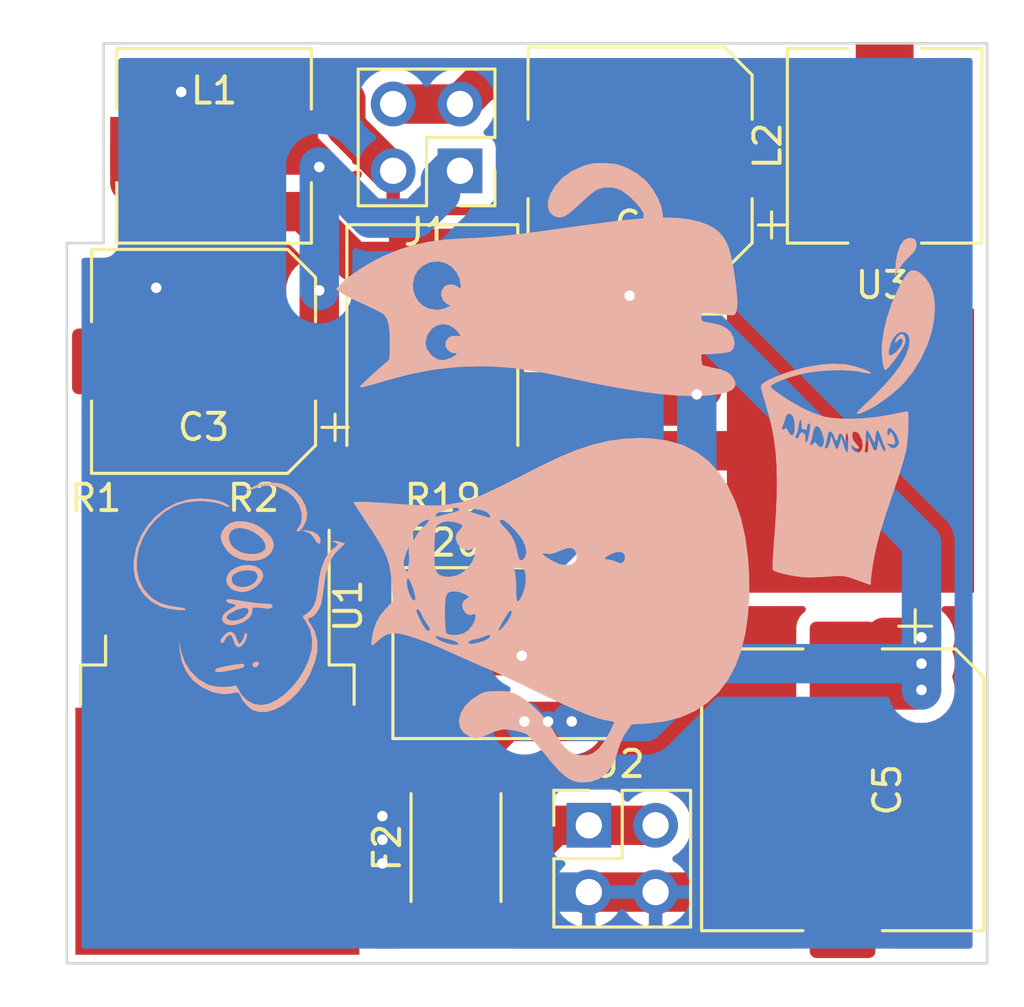
<source format=kicad_pcb>
(kicad_pcb (version 20171130) (host pcbnew "(5.1.6)-1")

  (general
    (thickness 1.6)
    (drawings 6)
    (tracks 149)
    (zones 0)
    (modules 17)
    (nets 10)
  )

  (page A4)
  (layers
    (0 F.Cu signal)
    (31 B.Cu signal)
    (32 B.Adhes user)
    (33 F.Adhes user)
    (34 B.Paste user)
    (35 F.Paste user)
    (36 B.SilkS user)
    (37 F.SilkS user)
    (38 B.Mask user)
    (39 F.Mask user)
    (40 Dwgs.User user)
    (41 Cmts.User user)
    (42 Eco1.User user)
    (43 Eco2.User user)
    (44 Edge.Cuts user)
    (45 Margin user)
    (46 B.CrtYd user)
    (47 F.CrtYd user)
    (48 B.Fab user)
    (49 F.Fab user)
  )

  (setup
    (last_trace_width 0.25)
    (user_trace_width 1)
    (user_trace_width 1.5)
    (trace_clearance 0.2)
    (zone_clearance 0.508)
    (zone_45_only no)
    (trace_min 0.2)
    (via_size 0.8)
    (via_drill 0.4)
    (via_min_size 0.4)
    (via_min_drill 0.3)
    (uvia_size 0.3)
    (uvia_drill 0.1)
    (uvias_allowed no)
    (uvia_min_size 0.2)
    (uvia_min_drill 0.1)
    (edge_width 0.1)
    (segment_width 0.2)
    (pcb_text_width 0.3)
    (pcb_text_size 1.5 1.5)
    (mod_edge_width 0.15)
    (mod_text_size 1 1)
    (mod_text_width 0.15)
    (pad_size 1.524 1.524)
    (pad_drill 0.762)
    (pad_to_mask_clearance 0)
    (aux_axis_origin 0 0)
    (visible_elements 7FFFFFFF)
    (pcbplotparams
      (layerselection 0x010fc_ffffffff)
      (usegerberextensions false)
      (usegerberattributes true)
      (usegerberadvancedattributes true)
      (creategerberjobfile true)
      (excludeedgelayer true)
      (linewidth 0.100000)
      (plotframeref false)
      (viasonmask false)
      (mode 1)
      (useauxorigin false)
      (hpglpennumber 1)
      (hpglpenspeed 20)
      (hpglpendiameter 15.000000)
      (psnegative false)
      (psa4output false)
      (plotreference true)
      (plotvalue true)
      (plotinvisibletext false)
      (padsonsilk false)
      (subtractmaskfromsilk false)
      (outputformat 1)
      (mirror false)
      (drillshape 0)
      (scaleselection 1)
      (outputdirectory "Gerber/"))
  )

  (net 0 "")
  (net 1 GND)
  (net 2 +9V)
  (net 3 "Net-(C5-Pad1)")
  (net 4 +5V)
  (net 5 "Net-(D1-Pad1)")
  (net 6 "Net-(D3-Pad1)")
  (net 7 +VDC)
  (net 8 "Net-(R1-Pad2)")
  (net 9 "Net-(R19-Pad2)")

  (net_class Default "Это класс цепей по умолчанию."
    (clearance 0.2)
    (trace_width 0.25)
    (via_dia 0.8)
    (via_drill 0.4)
    (uvia_dia 0.3)
    (uvia_drill 0.1)
    (add_net +5V)
    (add_net +9V)
    (add_net +VDC)
    (add_net GND)
    (add_net "Net-(C5-Pad1)")
    (add_net "Net-(D1-Pad1)")
    (add_net "Net-(D3-Pad1)")
    (add_net "Net-(R1-Pad2)")
    (add_net "Net-(R19-Pad2)")
  )

  (module POWER:SILK (layer B.Cu) (tedit 5F9DD1E6) (tstamp 5F9E307C)
    (at 144.78 53.34 270)
    (fp_text reference G*** (at 0 0 90) (layer B.SilkS) hide
      (effects (font (size 1.524 1.524) (thickness 0.3)) (justify mirror))
    )
    (fp_text value LOGO (at 0.75 0 90) (layer B.SilkS) hide
      (effects (font (size 1.524 1.524) (thickness 0.3)) (justify mirror))
    )
    (fp_poly (pts (xy -2.251714 -12.351035) (xy -2.314175 -12.51441) (xy -2.390608 -12.680902) (xy -2.550991 -12.969824)
      (xy -2.765302 -13.290036) (xy -3.008802 -13.608537) (xy -3.256752 -13.89232) (xy -3.417045 -14.050227)
      (xy -3.863369 -14.404738) (xy -4.350468 -14.703286) (xy -4.862346 -14.940396) (xy -5.383009 -15.110594)
      (xy -5.896461 -15.208406) (xy -6.386707 -15.228357) (xy -6.738938 -15.187096) (xy -7.000727 -15.108121)
      (xy -7.242335 -14.985917) (xy -7.448431 -14.83423) (xy -7.603686 -14.666807) (xy -7.692769 -14.497392)
      (xy -7.700349 -14.339732) (xy -7.696983 -14.328065) (xy -7.6259 -14.22409) (xy -7.469976 -14.100233)
      (xy -7.224655 -13.953317) (xy -6.971445 -13.822219) (xy -6.45363 -13.595327) (xy -5.91895 -13.414547)
      (xy -5.393144 -13.286745) (xy -4.90195 -13.218786) (xy -4.6736 -13.209382) (xy -4.454707 -13.217112)
      (xy -4.245645 -13.238526) (xy -4.069869 -13.269571) (xy -3.950836 -13.306196) (xy -3.9116 -13.341016)
      (xy -3.951709 -13.405559) (xy -4.058634 -13.508093) (xy -4.212274 -13.633996) (xy -4.392527 -13.768649)
      (xy -4.57929 -13.897431) (xy -4.752464 -14.005724) (xy -4.891945 -14.078905) (xy -4.956556 -14.101018)
      (xy -5.11264 -14.10324) (xy -5.231202 -14.056216) (xy -5.28284 -13.9723) (xy -5.2832 -13.963779)
      (xy -5.24416 -13.884606) (xy -5.153367 -13.795081) (xy -5.050316 -13.729538) (xy -4.998173 -13.716)
      (xy -4.958459 -13.730489) (xy -4.99867 -13.781938) (xy -5.036273 -13.813994) (xy -5.10871 -13.90971)
      (xy -5.093796 -13.983206) (xy -5.005756 -14.010263) (xy -4.929376 -13.995963) (xy -4.798379 -13.928722)
      (xy -4.660796 -13.820138) (xy -4.54448 -13.697161) (xy -4.477286 -13.586746) (xy -4.4704 -13.551844)
      (xy -4.481625 -13.488329) (xy -4.533448 -13.466855) (xy -4.653096 -13.478308) (xy -4.678262 -13.482253)
      (xy -4.933583 -13.549852) (xy -5.141057 -13.656558) (xy -5.288027 -13.790165) (xy -5.361834 -13.938468)
      (xy -5.349819 -14.089262) (xy -5.336788 -14.117191) (xy -5.223138 -14.228082) (xy -5.043671 -14.27079)
      (xy -4.807752 -14.245469) (xy -4.524745 -14.152276) (xy -4.412388 -14.101782) (xy -4.0938 -13.920821)
      (xy -3.745163 -13.667518) (xy -3.361378 -13.33755) (xy -2.937345 -12.926595) (xy -2.565807 -12.536717)
      (xy -2.40029 -12.366398) (xy -2.29357 -12.278018) (xy -2.244445 -12.272567) (xy -2.251714 -12.351035)) (layer B.SilkS) (width 0.01))
    (fp_poly (pts (xy -7.7216 -13.836229) (xy -7.87419 -13.938534) (xy -8.053293 -14.086184) (xy -8.217814 -14.244865)
      (xy -8.369269 -14.396871) (xy -8.482317 -14.484266) (xy -8.58087 -14.522679) (xy -8.652154 -14.5288)
      (xy -8.78649 -14.511244) (xy -8.878746 -14.468909) (xy -8.87984 -14.467839) (xy -8.935651 -14.3478)
      (xy -8.923843 -14.197352) (xy -8.849508 -14.057051) (xy -8.825054 -14.031372) (xy -8.624915 -13.90153)
      (xy -8.343082 -13.804601) (xy -7.995542 -13.745558) (xy -7.874 -13.735537) (xy -7.493 -13.711527)
      (xy -7.7216 -13.836229)) (layer B.SilkS) (width 0.01))
    (fp_poly (pts (xy -3.189185 -8.632827) (xy -3.02923 -8.67407) (xy -2.818385 -8.733649) (xy -2.583257 -8.8042)
      (xy -2.128095 -8.9344) (xy -1.681195 -9.039589) (xy -1.22971 -9.120529) (xy -0.760792 -9.177981)
      (xy -0.261592 -9.212709) (xy 0.280736 -9.225474) (xy 0.879043 -9.217038) (xy 1.546175 -9.188163)
      (xy 2.294982 -9.139612) (xy 2.634673 -9.113715) (xy 2.942973 -9.090806) (xy 3.218374 -9.073105)
      (xy 3.444152 -9.061464) (xy 3.603579 -9.056733) (xy 3.67993 -9.059764) (xy 3.682057 -9.060409)
      (xy 3.730228 -9.123998) (xy 3.784363 -9.266711) (xy 3.839657 -9.466644) (xy 3.891306 -9.701894)
      (xy 3.934503 -9.950557) (xy 3.964445 -10.190728) (xy 3.976326 -10.400505) (xy 3.976334 -10.401899)
      (xy 3.972722 -10.643052) (xy 3.96111 -10.93172) (xy 3.943791 -11.214339) (xy 3.938828 -11.277903)
      (xy 3.922031 -11.511508) (xy 3.920555 -11.682405) (xy 3.939144 -11.828935) (xy 3.982542 -11.989438)
      (xy 4.051964 -12.192303) (xy 4.124798 -12.396265) (xy 4.188294 -12.57126) (xy 4.232316 -12.689463)
      (xy 4.24227 -12.714777) (xy 4.254258 -12.78293) (xy 4.235332 -12.793273) (xy 4.13929 -12.789374)
      (xy 3.965212 -12.803757) (xy 3.734395 -12.833369) (xy 3.468137 -12.875158) (xy 3.187738 -12.926073)
      (xy 2.921 -12.981602) (xy 2.691305 -13.035359) (xy 2.458075 -13.095366) (xy 2.207504 -13.165888)
      (xy 1.925782 -13.25119) (xy 1.599102 -13.355536) (xy 1.213657 -13.483191) (xy 0.755637 -13.638418)
      (xy 0.4064 -13.75821) (xy 0.087574 -13.864182) (xy -0.232643 -13.963973) (xy -0.528337 -14.049971)
      (xy -0.773597 -14.114566) (xy -0.907312 -14.144098) (xy -1.101569 -14.173159) (xy -1.332336 -14.196297)
      (xy -1.57904 -14.212913) (xy -1.82111 -14.222402) (xy -2.037972 -14.224165) (xy -2.209054 -14.217599)
      (xy -2.313783 -14.202102) (xy -2.336604 -14.1859) (xy -2.32679 -14.124511) (xy -2.300065 -13.983366)
      (xy -2.260273 -13.782166) (xy -2.211258 -13.540612) (xy -2.200317 -13.4874) (xy -2.196576 -13.465201)
      (xy -1.703779 -13.465201) (xy -1.699528 -13.543747) (xy -1.623832 -13.640222) (xy -1.500461 -13.737108)
      (xy -1.353186 -13.816888) (xy -1.205779 -13.862045) (xy -1.159329 -13.866411) (xy -1.055834 -13.83416)
      (xy -0.994229 -13.788571) (xy -0.922238 -13.676773) (xy -0.945657 -13.568238) (xy -1.022348 -13.482573)
      (xy -1.130295 -13.3858) (xy -1.094511 -13.5509) (xy -1.078132 -13.663612) (xy -1.105293 -13.708786)
      (xy -1.166887 -13.716) (xy -1.285195 -13.692475) (xy -1.426806 -13.635278) (xy -1.437623 -13.629655)
      (xy -1.53494 -13.570173) (xy -1.54524 -13.536745) (xy -1.5113 -13.52433) (xy -1.435833 -13.485946)
      (xy -1.4224 -13.458275) (xy -1.46339 -13.421616) (xy -1.555477 -13.412667) (xy -1.652345 -13.430288)
      (xy -1.703779 -13.465201) (xy -2.196576 -13.465201) (xy -2.127581 -13.055875) (xy -2.084061 -12.64584)
      (xy -1.6256 -12.64584) (xy -1.583338 -12.691374) (xy -1.473941 -12.760332) (xy -1.3589 -12.819405)
      (xy -1.215092 -12.889467) (xy -1.155112 -12.927953) (xy -1.170133 -12.944981) (xy -1.2446 -12.950459)
      (xy -1.418366 -12.967336) (xy -1.553434 -13.00097) (xy -1.622061 -13.043699) (xy -1.6256 -13.055677)
      (xy -1.581507 -13.091482) (xy -1.467825 -13.142724) (xy -1.3589 -13.181662) (xy -1.195201 -13.238453)
      (xy -1.064251 -13.289909) (xy -1.016 -13.312965) (xy -0.907106 -13.354332) (xy -0.829757 -13.346521)
      (xy -0.8128 -13.315115) (xy -0.855347 -13.270145) (xy -0.963087 -13.208194) (xy -1.0287 -13.178194)
      (xy -1.2446 -13.086556) (xy -1.045371 -13.058378) (xy -0.891189 -13.021497) (xy -0.83704 -12.96975)
      (xy -0.882716 -12.90481) (xy -1.028006 -12.828348) (xy -1.076788 -12.808809) (xy -1.3462 -12.705293)
      (xy -1.0541 -12.702646) (xy -0.883809 -12.695425) (xy -0.793753 -12.673635) (xy -0.762923 -12.631179)
      (xy -0.762 -12.617875) (xy -0.788874 -12.560509) (xy -0.8763 -12.566381) (xy -0.987787 -12.58295)
      (xy -1.158938 -12.594352) (xy -1.3081 -12.597706) (xy -1.472595 -12.604975) (xy -1.587337 -12.623247)
      (xy -1.6256 -12.64584) (xy -2.084061 -12.64584) (xy -2.079135 -12.599435) (xy -2.058953 -12.209054)
      (xy -1.568911 -12.209054) (xy -1.517979 -12.306244) (xy -1.458383 -12.358194) (xy -1.241298 -12.45995)
      (xy -1.028433 -12.487871) (xy -0.860261 -12.444212) (xy -0.780892 -12.367473) (xy -0.762 -12.308512)
      (xy -0.799966 -12.196797) (xy -0.888974 -12.09384) (xy -0.99169 -12.040728) (xy -1.006347 -12.0396)
      (xy -1.052807 -12.050725) (xy -1.027433 -12.099347) (xy -0.998474 -12.1325) (xy -0.932991 -12.230782)
      (xy -0.915143 -12.312182) (xy -0.949721 -12.3444) (xy -1.006841 -12.312718) (xy -1.100398 -12.235104)
      (xy -1.114821 -12.221664) (xy -1.249229 -12.118874) (xy -1.386804 -12.082923) (xy -1.4859 -12.084381)
      (xy -1.559287 -12.124466) (xy -1.568911 -12.209054) (xy -2.058953 -12.209054) (xy -2.05549 -12.142083)
      (xy -2.057158 -11.707825) (xy -2.084651 -11.320666) (xy -2.093938 -11.266134) (xy -1.574705 -11.266134)
      (xy -1.512808 -11.340489) (xy -1.402173 -11.396743) (xy -1.375033 -11.403846) (xy -1.253822 -11.446502)
      (xy -1.226406 -11.492735) (xy -1.294573 -11.530318) (xy -1.354983 -11.540925) (xy -1.47674 -11.578908)
      (xy -1.50501 -11.643028) (xy -1.43922 -11.718315) (xy -1.36333 -11.758801) (xy -1.1938 -11.832423)
      (xy -1.3589 -11.834411) (xy -1.471307 -11.849441) (xy -1.523536 -11.883377) (xy -1.524 -11.8872)
      (xy -1.476725 -11.912796) (xy -1.348754 -11.930637) (xy -1.160867 -11.937952) (xy -1.143 -11.938)
      (xy -0.960894 -11.932222) (xy -0.826176 -11.916938) (xy -0.763668 -11.895222) (xy -0.762 -11.890804)
      (xy -0.806626 -11.852438) (xy -0.922525 -11.8006) (xy -1.0541 -11.756083) (xy -1.3462 -11.668557)
      (xy -1.12758 -11.612778) (xy -0.993208 -11.568587) (xy -0.910334 -11.522466) (xy -0.89898 -11.5062)
      (xy -0.937246 -11.46381) (xy -1.046191 -11.409767) (xy -1.141795 -11.375425) (xy -1.39459 -11.29545)
      (xy -1.154495 -11.234993) (xy -0.985023 -11.175463) (xy -0.916164 -11.107406) (xy -0.9144 -11.093633)
      (xy -0.940828 -11.03826) (xy -1.0033 -11.049815) (xy -1.10728 -11.082535) (xy -1.260617 -11.119816)
      (xy -1.316625 -11.131508) (xy -1.456699 -11.163129) (xy -1.548502 -11.190909) (xy -1.564201 -11.199267)
      (xy -1.574705 -11.266134) (xy -2.093938 -11.266134) (xy -2.138482 -11.004611) (xy -2.146682 -10.9728)
      (xy -2.217125 -10.768549) (xy -1.779154 -10.768549) (xy -1.697272 -10.856535) (xy -1.521082 -10.943248)
      (xy -1.425367 -10.97543) (xy -1.285801 -11.011498) (xy -1.182602 -11.013954) (xy -1.0795 -10.991581)
      (xy -0.98329 -10.934875) (xy -0.979814 -10.850711) (xy -1.069202 -10.753429) (xy -1.07729 -10.74765)
      (xy -1.153261 -10.686736) (xy -1.148777 -10.643686) (xy -1.094994 -10.600124) (xy -1.035647 -10.535926)
      (xy -1.06133 -10.49358) (xy -1.149391 -10.487473) (xy -1.183326 -10.505729) (xy -1.270411 -10.542751)
      (xy -1.410988 -10.573225) (xy -1.453205 -10.578795) (xy -1.657695 -10.621496) (xy -1.766153 -10.687475)
      (xy -1.779154 -10.768549) (xy -2.217125 -10.768549) (xy -2.282237 -10.579757) (xy -2.483043 -10.148665)
      (xy -2.489302 -10.137698) (xy -2.017426 -10.137698) (xy -1.928258 -10.157415) (xy -1.8542 -10.16)
      (xy -1.736602 -10.165344) (xy -1.677908 -10.178482) (xy -1.6764 -10.181245) (xy -1.660597 -10.240959)
      (xy -1.645565 -10.282845) (xy -1.647291 -10.343212) (xy -1.728617 -10.362943) (xy -1.747165 -10.3632)
      (xy -1.85422 -10.38935) (xy -1.8796 -10.441701) (xy -1.87344 -10.477741) (xy -1.8436 -10.4965)
      (xy -1.773042 -10.497275) (xy -1.644726 -10.479366) (xy -1.441615 -10.44207) (xy -1.3208 -10.418682)
      (xy -1.194957 -10.378085) (xy -1.154511 -10.333767) (xy -1.200957 -10.303745) (xy -1.311217 -10.303066)
      (xy -1.450215 -10.289179) (xy -1.515326 -10.228104) (xy -1.534351 -10.158472) (xy -1.482775 -10.105822)
      (xy -1.409255 -10.071056) (xy -1.307823 -10.01555) (xy -1.295347 -9.965814) (xy -1.309769 -9.947511)
      (xy -1.381618 -9.917318) (xy -1.440269 -9.950549) (xy -1.531194 -9.99147) (xy -1.681135 -10.027959)
      (xy -1.772622 -10.041832) (xy -1.933481 -10.07103) (xy -2.017125 -10.105944) (xy -2.017426 -10.137698)
      (xy -2.489302 -10.137698) (xy -2.735764 -9.705867) (xy -2.745726 -9.690907) (xy -2.262187 -9.690907)
      (xy -2.212033 -9.786789) (xy -2.1336 -9.84025) (xy -1.985873 -9.88382) (xy -1.792255 -9.90397)
      (xy -1.605023 -9.897808) (xy -1.502755 -9.875164) (xy -1.429341 -9.815137) (xy -1.446265 -9.739013)
      (xy -1.5479 -9.664055) (xy -1.575623 -9.651659) (xy -1.675228 -9.599055) (xy -1.690423 -9.548952)
      (xy -1.669984 -9.517268) (xy -1.63321 -9.439331) (xy -1.673437 -9.407972) (xy -1.772843 -9.433294)
      (xy -1.79692 -9.445331) (xy -1.934577 -9.501895) (xy -2.088943 -9.544857) (xy -2.220043 -9.602895)
      (xy -2.262187 -9.690907) (xy -2.745726 -9.690907) (xy -2.953541 -9.378857) (xy -3.09375 -9.18354)
      (xy -3.188555 -9.06036) (xy -3.25086 -8.998248) (xy -3.293567 -8.986136) (xy -3.329581 -9.012956)
      (xy -3.350046 -9.038748) (xy -3.43642 -9.189236) (xy -3.533539 -9.418817) (xy -3.633739 -9.706662)
      (xy -3.729356 -10.031946) (xy -3.762634 -10.16) (xy -3.825035 -10.478532) (xy -3.870223 -10.850806)
      (xy -3.897237 -11.248597) (xy -3.905118 -11.643681) (xy -3.892903 -12.007832) (xy -3.859633 -12.312826)
      (xy -3.839414 -12.415366) (xy -3.802258 -12.591427) (xy -3.781753 -12.725423) (xy -3.781983 -12.790175)
      (xy -3.782942 -12.791474) (xy -3.821683 -12.773995) (xy -3.875922 -12.677866) (xy -3.938645 -12.523516)
      (xy -4.002838 -12.33137) (xy -4.061486 -12.121853) (xy -4.107574 -11.915393) (xy -4.128353 -11.785652)
      (xy -4.148761 -11.340867) (xy -4.108935 -10.837936) (xy -4.011831 -10.29827) (xy -3.860407 -9.743279)
      (xy -3.835783 -9.667802) (xy -3.692984 -9.268146) (xy -3.561957 -8.961861) (xy -3.443718 -8.750851)
      (xy -3.33928 -8.63702) (xy -3.275287 -8.616158) (xy -3.189185 -8.632827)) (layer B.SilkS) (width 0.01))
    (fp_poly (pts (xy 1.184039 6.84126) (xy 1.307086 6.762973) (xy 1.487376 6.645784) (xy 1.71133 6.498526)
      (xy 1.965372 6.33003) (xy 1.994641 6.310532) (xy 2.373384 6.062382) (xy 2.689284 5.867891)
      (xy 2.960699 5.719653) (xy 3.205984 5.610262) (xy 3.443499 5.532311) (xy 3.691599 5.478393)
      (xy 3.968643 5.441102) (xy 4.202024 5.41994) (xy 4.873449 5.366894) (xy 5.145551 5.624237)
      (xy 5.420102 5.855174) (xy 5.686765 6.011779) (xy 5.979697 6.112215) (xy 6.119641 6.142176)
      (xy 6.351451 6.182717) (xy 6.492687 6.197197) (xy 6.552251 6.180217) (xy 6.539043 6.126379)
      (xy 6.461968 6.030284) (xy 6.405864 5.968611) (xy 6.236425 5.762633) (xy 6.138865 5.580497)
      (xy 6.098985 5.39207) (xy 6.096 5.310976) (xy 6.118797 5.115751) (xy 6.183757 4.846499)
      (xy 6.285731 4.519104) (xy 6.419567 4.149451) (xy 6.580118 3.753423) (xy 6.661235 3.567415)
      (xy 6.860918 3.119521) (xy 7.02336 2.754732) (xy 7.152787 2.463403) (xy 7.253423 2.235887)
      (xy 7.329494 2.062537) (xy 7.385226 1.933705) (xy 7.424844 1.839747) (xy 7.452574 1.771014)
      (xy 7.47264 1.71786) (xy 7.478405 1.7018) (xy 7.512761 1.621311) (xy 7.586091 1.46107)
      (xy 7.692909 1.23268) (xy 7.827728 0.947745) (xy 7.985062 0.617869) (xy 8.159424 0.254655)
      (xy 8.31566 -0.069012) (xy 8.585552 -0.632253) (xy 8.810764 -1.115165) (xy 8.994957 -1.526781)
      (xy 9.141794 -1.876135) (xy 9.254935 -2.17226) (xy 9.338043 -2.42419) (xy 9.394778 -2.640958)
      (xy 9.425351 -2.8067) (xy 9.450303 -2.946995) (xy 9.47466 -3.03402) (xy 9.484911 -3.048)
      (xy 9.537972 -3.026083) (xy 9.659078 -2.967464) (xy 9.826407 -2.882839) (xy 9.910285 -2.839481)
      (xy 10.259126 -2.634529) (xy 10.51223 -2.42926) (xy 10.675191 -2.21597) (xy 10.753602 -1.986955)
      (xy 10.753058 -1.734511) (xy 10.745588 -1.6891) (xy 10.693451 -1.503213) (xy 10.602922 -1.334646)
      (xy 10.462504 -1.172032) (xy 10.260701 -1.004002) (xy 9.986019 -0.81919) (xy 9.682862 -0.638233)
      (xy 9.4256 -0.462262) (xy 9.153685 -0.229384) (xy 8.891999 0.034942) (xy 8.665425 0.305254)
      (xy 8.498847 0.556093) (xy 8.479013 0.593529) (xy 8.394476 0.768974) (xy 8.34306 0.910959)
      (xy 8.316721 1.056874) (xy 8.307418 1.244104) (xy 8.306671 1.394641) (xy 8.3122 1.641187)
      (xy 8.331154 1.817626) (xy 8.368747 1.955121) (xy 8.418543 2.063317) (xy 8.628667 2.386964)
      (xy 8.870375 2.632978) (xy 9.13387 2.793837) (xy 9.409357 2.862019) (xy 9.461223 2.863874)
      (xy 9.699581 2.819903) (xy 9.88713 2.688982) (xy 10.020288 2.474114) (xy 10.058179 2.362989)
      (xy 10.085148 2.250788) (xy 10.08947 2.15524) (xy 10.065551 2.047619) (xy 10.007793 1.899196)
      (xy 9.936564 1.73864) (xy 9.851754 1.529981) (xy 9.78782 1.333028) (xy 9.755516 1.182277)
      (xy 9.7536 1.151807) (xy 9.769971 0.941251) (xy 9.812668 0.69809) (xy 9.872064 0.467032)
      (xy 9.938531 0.292782) (xy 9.93861 0.292627) (xy 10.00087 0.215807) (xy 10.12881 0.090254)
      (xy 10.30769 -0.070674) (xy 10.522769 -0.25362) (xy 10.707132 -0.403773) (xy 11.044011 -0.680766)
      (xy 11.304269 -0.915087) (xy 11.497149 -1.118377) (xy 11.631895 -1.302277) (xy 11.717751 -1.478427)
      (xy 11.763958 -1.65847) (xy 11.774648 -1.748231) (xy 11.759472 -2.112822) (xy 11.653682 -2.435882)
      (xy 11.462184 -2.710505) (xy 11.189882 -2.929783) (xy 10.841682 -3.086809) (xy 10.819059 -3.093923)
      (xy 10.514909 -3.190154) (xy 10.286507 -3.270324) (xy 10.111325 -3.344154) (xy 9.966837 -3.421367)
      (xy 9.830518 -3.511685) (xy 9.800287 -3.533619) (xy 9.565622 -3.705878) (xy 9.535652 -4.278639)
      (xy 9.458447 -4.947015) (xy 9.300194 -5.554767) (xy 9.061295 -6.101275) (xy 8.742153 -6.585919)
      (xy 8.343168 -7.008078) (xy 7.864743 -7.367133) (xy 7.357886 -7.639782) (xy 6.788161 -7.853694)
      (xy 6.141212 -8.01389) (xy 5.426752 -8.119229) (xy 4.654497 -8.16857) (xy 3.834161 -8.160771)
      (xy 3.252421 -8.122123) (xy 2.457383 -8.017989) (xy 1.730624 -7.853687) (xy 1.075132 -7.630953)
      (xy 0.493894 -7.351524) (xy -0.010104 -7.017136) (xy -0.433875 -6.629524) (xy -0.774433 -6.190426)
      (xy -1.028789 -5.701577) (xy -1.063336 -5.6134) (xy -1.224732 -5.045089) (xy -1.308046 -4.411777)
      (xy -1.320596 -4.021431) (xy -1.294692 -3.425781) (xy -1.275893 -3.287676) (xy 3.005453 -3.287676)
      (xy 3.05816 -3.39344) (xy 3.175925 -3.448771) (xy 3.313519 -3.436624) (xy 3.405625 -3.375759)
      (xy 3.441451 -3.304607) (xy 3.426025 -3.211647) (xy 3.386445 -3.120036) (xy 3.32904 -2.958438)
      (xy 3.302257 -2.801831) (xy 3.302 -2.789278) (xy 3.287198 -2.684962) (xy 3.243312 -2.677349)
      (xy 3.171117 -2.766028) (xy 3.098074 -2.897022) (xy 3.014939 -3.114084) (xy 3.005453 -3.287676)
      (xy -1.275893 -3.287676) (xy -1.21463 -2.837637) (xy -1.076199 -2.242152) (xy -0.875189 -1.624478)
      (xy -0.760846 -1.344933) (xy 2.851327 -1.344933) (xy 2.879674 -1.465303) (xy 2.957703 -1.546519)
      (xy 3.136055 -1.620261) (xy 3.316403 -1.592503) (xy 3.350796 -1.575872) (xy 3.464227 -1.460724)
      (xy 3.51469 -1.281155) (xy 3.498353 -1.055361) (xy 3.477606 -0.973661) (xy 3.42231 -0.831419)
      (xy 3.340049 -0.668237) (xy 3.246545 -0.509963) (xy 3.157521 -0.382445) (xy 3.088697 -0.311532)
      (xy 3.070779 -0.3048) (xy 3.060914 -0.348495) (xy 3.072013 -0.456007) (xy 3.07619 -0.47961)
      (xy 3.081828 -0.624837) (xy 3.039325 -0.792985) (xy 2.976892 -0.942949) (xy 2.883561 -1.176223)
      (xy 2.851327 -1.344933) (xy -0.760846 -1.344933) (xy -0.60739 -0.96977) (xy -0.268593 -0.26318)
      (xy -0.237902 -0.2032) (xy 0.043057 0.345186) (xy 0.280573 0.813237) (xy 0.478835 1.21036)
      (xy 0.522794 1.300758) (xy 1.788646 1.300758) (xy 1.79313 1.203193) (xy 1.80123 1.175237)
      (xy 1.864266 1.069751) (xy 1.987895 0.926715) (xy 2.149761 0.767243) (xy 2.327506 0.61245)
      (xy 2.498772 0.483454) (xy 2.598844 0.421928) (xy 2.826753 0.332006) (xy 3.036609 0.308042)
      (xy 3.205774 0.350666) (xy 3.273703 0.403199) (xy 3.331135 0.486495) (xy 3.320969 0.548344)
      (xy 3.237813 0.595123) (xy 3.6068 0.595123) (xy 3.621514 0.463816) (xy 3.681691 0.391493)
      (xy 3.7465 0.360831) (xy 3.934349 0.325567) (xy 4.173098 0.332421) (xy 4.423214 0.377204)
      (xy 4.64516 0.45573) (xy 4.645921 0.456098) (xy 4.815279 0.54728) (xy 4.891556 0.614075)
      (xy 4.872956 0.659033) (xy 4.757685 0.684702) (xy 4.543947 0.693632) (xy 4.478676 0.693573)
      (xy 4.245311 0.697257) (xy 4.022283 0.709611) (xy 3.850518 0.728173) (xy 3.8227 0.733035)
      (xy 3.6068 0.775378) (xy 3.6068 0.595123) (xy 3.237813 0.595123) (xy 3.23299 0.597836)
      (xy 3.056985 0.644061) (xy 2.986986 0.658357) (xy 2.664532 0.743122) (xy 2.405617 0.866131)
      (xy 2.340245 0.917078) (xy 5.2324 0.917078) (xy 5.267676 0.862402) (xy 5.364415 0.87014)
      (xy 5.508985 0.934276) (xy 5.687751 1.048791) (xy 5.883314 1.204386) (xy 5.977352 1.296933)
      (xy 6.014814 1.356975) (xy 6.003281 1.369486) (xy 5.931103 1.346397) (xy 5.804492 1.28467)
      (xy 5.648592 1.199065) (xy 5.488553 1.104338) (xy 5.349522 1.015249) (xy 5.256645 0.946555)
      (xy 5.2324 0.917078) (xy 2.340245 0.917078) (xy 2.173969 1.046661) (xy 2.079672 1.140499)
      (xy 1.940028 1.268399) (xy 1.840315 1.322156) (xy 1.788646 1.300758) (xy 0.522794 1.300758)
      (xy 0.642036 1.545962) (xy 0.774367 1.829449) (xy 0.880018 2.070228) (xy 0.963181 2.277705)
      (xy 1.006888 2.401403) (xy 1.373294 2.401403) (xy 1.378451 2.255848) (xy 1.400056 2.092675)
      (xy 1.435583 1.938919) (xy 1.482507 1.821612) (xy 1.489863 1.809604) (xy 1.569655 1.721047)
      (xy 1.649099 1.677453) (xy 1.703082 1.684137) (xy 1.703772 1.696751) (xy 6.153464 1.696751)
      (xy 6.178199 1.677825) (xy 6.2357 1.68558) (xy 6.310701 1.746742) (xy 6.385718 1.892525)
      (xy 6.408555 1.956005) (xy 6.484545 2.21912) (xy 6.511935 2.400697) (xy 6.490501 2.497919)
      (xy 6.453005 2.5146) (xy 6.391324 2.465857) (xy 6.346334 2.326635) (xy 6.342713 2.306661)
      (xy 6.297105 2.113947) (xy 6.233466 1.922598) (xy 6.227008 1.906758) (xy 6.170018 1.765824)
      (xy 6.153464 1.696751) (xy 1.703772 1.696751) (xy 1.70649 1.746413) (xy 1.699203 1.7653)
      (xy 1.666425 1.859052) (xy 1.619376 2.015644) (xy 1.573364 2.182202) (xy 1.520182 2.351999)
      (xy 1.465443 2.477909) (xy 1.422425 2.531525) (xy 1.387111 2.502307) (xy 1.373294 2.401403)
      (xy 1.006888 2.401403) (xy 1.028048 2.461286) (xy 1.078809 2.630378) (xy 1.119656 2.794388)
      (xy 1.140218 2.889737) (xy 1.163363 3.021341) (xy 1.325499 3.021341) (xy 1.330454 2.921065)
      (xy 1.354666 2.878667) (xy 1.402359 2.849611) (xy 1.442515 2.87955) (xy 1.482998 2.981899)
      (xy 1.531669 3.170075) (xy 1.535794 3.1877) (xy 1.560696 3.291407) (xy 1.841293 3.291407)
      (xy 1.868366 3.044934) (xy 1.874702 3.020765) (xy 1.931041 2.838425) (xy 1.982447 2.746763)
      (xy 2.04382 2.736809) (xy 2.130059 2.799598) (xy 2.173003 2.841219) (xy 2.331289 2.961895)
      (xy 2.488524 2.990312) (xy 2.673 2.930779) (xy 2.693416 2.920475) (xy 2.85085 2.796347)
      (xy 2.935006 2.638642) (xy 2.938882 2.471918) (xy 2.862326 2.328101) (xy 2.808906 2.25943)
      (xy 2.837563 2.237216) (xy 2.900426 2.235484) (xy 3.030786 2.249397) (xy 3.192505 2.283218)
      (xy 3.218418 2.29014) (xy 3.421784 2.384607) (xy 3.623399 2.540795) (xy 3.792338 2.729429)
      (xy 3.897673 2.921237) (xy 3.903169 2.938293) (xy 3.923379 3.039147) (xy 4.510347 3.039147)
      (xy 4.519918 2.921) (xy 4.546311 2.811665) (xy 4.596879 2.680602) (xy 4.655366 2.563224)
      (xy 4.705513 2.494945) (xy 4.718142 2.4892) (xy 4.761243 2.529903) (xy 4.801253 2.603204)
      (xy 4.893835 2.705901) (xy 5.031172 2.742144) (xy 5.18286 2.71384) (xy 5.318493 2.622897)
      (xy 5.362367 2.568) (xy 5.413903 2.452431) (xy 5.390851 2.348316) (xy 5.386623 2.340207)
      (xy 5.357954 2.266019) (xy 5.397379 2.238614) (xy 5.4771 2.2352) (xy 5.616671 2.26406)
      (xy 5.769186 2.334975) (xy 5.791716 2.3495) (xy 5.999635 2.523197) (xy 6.120788 2.712782)
      (xy 6.169541 2.943882) (xy 6.1722 3.028179) (xy 6.158933 3.225282) (xy 6.117507 3.334526)
      (xy 6.096 3.353876) (xy 6.018628 3.371951) (xy 5.861349 3.387057) (xy 5.645844 3.397772)
      (xy 5.393793 3.402672) (xy 5.350328 3.402823) (xy 5.032571 3.399367) (xy 4.803267 3.383114)
      (xy 4.649404 3.346515) (xy 4.557971 3.282021) (xy 4.515956 3.182081) (xy 4.510347 3.039147)
      (xy 3.923379 3.039147) (xy 3.956721 3.205521) (xy 3.951526 3.436575) (xy 3.888855 3.610112)
      (xy 3.861 3.645682) (xy 3.783281 3.711168) (xy 3.709041 3.744924) (xy 6.207003 3.744924)
      (xy 6.215377 3.670317) (xy 6.221127 3.651702) (xy 6.25424 3.538385) (xy 6.300571 3.367493)
      (xy 6.340605 3.2131) (xy 6.400319 3.021346) (xy 6.459086 2.914654) (xy 6.492943 2.8956)
      (xy 6.534517 2.916875) (xy 6.544543 2.995114) (xy 6.528813 3.135146) (xy 6.481337 3.348115)
      (xy 6.411326 3.539349) (xy 6.330697 3.68226) (xy 6.253396 3.749636) (xy 6.207003 3.744924)
      (xy 3.709041 3.744924) (xy 3.680621 3.757846) (xy 3.537411 3.78791) (xy 3.338045 3.803553)
      (xy 3.066914 3.806968) (xy 2.752258 3.801492) (xy 2.474919 3.792916) (xy 2.280352 3.781672)
      (xy 2.14973 3.764795) (xy 2.064225 3.739319) (xy 2.00501 3.702278) (xy 1.98084 3.679964)
      (xy 1.880381 3.513002) (xy 1.841293 3.291407) (xy 1.560696 3.291407) (xy 1.581903 3.379722)
      (xy 1.624208 3.5459) (xy 1.651964 3.6449) (xy 1.662827 3.733857) (xy 1.60907 3.759198)
      (xy 1.608166 3.7592) (xy 1.544743 3.713165) (xy 1.475295 3.572467) (xy 1.424441 3.423649)
      (xy 1.356155 3.183611) (xy 1.325499 3.021341) (xy 1.163363 3.021341) (xy 1.197234 3.213933)
      (xy 1.233009 3.541434) (xy 1.248131 3.893646) (xy 1.246312 4.040232) (xy 1.778 4.040232)
      (xy 1.80743 4.009427) (xy 1.889892 4.053592) (xy 2.016642 4.167039) (xy 2.08901 4.242654)
      (xy 2.222157 4.371218) (xy 2.304257 4.433523) (xy 5.183002 4.433523) (xy 5.235373 4.366458)
      (xy 5.383393 4.284545) (xy 5.412612 4.271367) (xy 5.581012 4.187418) (xy 5.73191 4.096877)
      (xy 5.775063 4.06579) (xy 5.898519 3.981931) (xy 5.97481 3.96899) (xy 6.015604 4.006411)
      (xy 6.003933 4.069784) (xy 5.953042 4.131655) (xy 5.854891 4.202542) (xy 5.710826 4.286632)
      (xy 5.5481 4.370562) (xy 5.393965 4.440965) (xy 5.275674 4.484476) (xy 5.222729 4.489824)
      (xy 5.183002 4.433523) (xy 2.304257 4.433523) (xy 2.348236 4.466898) (xy 2.420256 4.502161)
      (xy 2.512151 4.553012) (xy 2.54 4.609258) (xy 2.500667 4.657843) (xy 2.399194 4.658886)
      (xy 2.260372 4.617439) (xy 2.108989 4.538551) (xy 2.072777 4.514064) (xy 1.964914 4.407784)
      (xy 1.863699 4.262285) (xy 1.794255 4.117954) (xy 1.778 4.040232) (xy 1.246312 4.040232)
      (xy 1.243187 4.291977) (xy 1.218764 4.757833) (xy 1.218067 4.767381) (xy 2.821759 4.767381)
      (xy 2.846926 4.75192) (xy 2.954654 4.745804) (xy 3.126292 4.749494) (xy 3.253559 4.756699)
      (xy 3.463852 4.773056) (xy 3.633107 4.790086) (xy 3.705797 4.8006) (xy 4.010126 4.8006)
      (xy 4.051135 4.759867) (xy 4.162774 4.703365) (xy 4.317431 4.641242) (xy 4.487496 4.583644)
      (xy 4.645358 4.540718) (xy 4.763407 4.52261) (xy 4.766733 4.522548) (xy 4.852221 4.542508)
      (xy 4.865221 4.581335) (xy 4.801174 4.655706) (xy 4.67527 4.726745) (xy 4.513013 4.787912)
      (xy 4.339905 4.83267) (xy 4.181447 4.854477) (xy 4.063143 4.846795) (xy 4.010493 4.803085)
      (xy 4.010126 4.8006) (xy 3.705797 4.8006) (xy 3.737684 4.805212) (xy 3.75912 4.811833)
      (xy 3.75262 4.855408) (xy 3.679479 4.908775) (xy 3.571138 4.955223) (xy 3.459039 4.978041)
      (xy 3.445718 4.9784) (xy 3.310688 4.959) (xy 3.136736 4.910376) (xy 2.966343 4.846896)
      (xy 2.841991 4.782927) (xy 2.821759 4.767381) (xy 1.218067 4.767381) (xy 1.198928 5.0292)
      (xy 1.159506 5.557743) (xy 1.130748 6.001599) (xy 1.112766 6.35771) (xy 1.10567 6.623013)
      (xy 1.109572 6.794449) (xy 1.124583 6.868958) (xy 1.13181 6.871812) (xy 1.184039 6.84126)) (layer B.SilkS) (width 0.01))
    (fp_poly (pts (xy -6.88354 7.406543) (xy -6.824537 7.316092) (xy -6.735451 7.152355) (xy -6.626496 6.935315)
      (xy -6.507889 6.68495) (xy -6.453551 6.56554) (xy -6.333999 6.306174) (xy -6.2197 6.070527)
      (xy -6.120837 5.878733) (xy -6.047594 5.750925) (xy -6.025625 5.71955) (xy -5.875427 5.610299)
      (xy -5.630683 5.536202) (xy -5.291124 5.497208) (xy -4.856478 5.493267) (xy -4.811922 5.494656)
      (xy -4.310073 5.5118) (xy -4.022225 5.842) (xy -3.849288 6.036816) (xy -3.662985 6.241137)
      (xy -3.501211 6.413452) (xy -3.488929 6.4262) (xy -3.360912 6.557085) (xy -3.289285 6.621028)
      (xy -3.260077 6.624383) (xy -3.259317 6.573502) (xy -3.265515 6.5278) (xy -3.288166 6.424088)
      (xy -3.334872 6.246167) (xy -3.399367 6.016795) (xy -3.475384 5.758733) (xy -3.496307 5.6896)
      (xy -3.752489 4.738823) (xy -3.928936 3.822981) (xy -4.028906 2.918403) (xy -4.055654 2.001415)
      (xy -4.048433 1.6764) (xy -4.029733 1.285925) (xy -3.999818 0.910043) (xy -3.955836 0.529344)
      (xy -3.894936 0.124412) (xy -3.814266 -0.324164) (xy -3.710975 -0.835798) (xy -3.611933 -1.2954)
      (xy -3.402935 -2.287584) (xy -3.23235 -3.190149) (xy -3.099654 -4.007314) (xy -3.00432 -4.743301)
      (xy -2.945823 -5.40233) (xy -2.923637 -5.988624) (xy -2.937235 -6.506403) (xy -2.946883 -6.633965)
      (xy -2.996446 -7.027209) (xy -3.068751 -7.322783) (xy -3.164836 -7.522272) (xy -3.285743 -7.62726)
      (xy -3.432512 -7.639333) (xy -3.569544 -7.582982) (xy -3.726727 -7.465758) (xy -3.84081 -7.313257)
      (xy -3.924602 -7.102682) (xy -3.984829 -6.84401) (xy -4.023869 -6.651204) (xy -4.059919 -6.496349)
      (xy -4.086347 -6.407425) (xy -4.090198 -6.39951) (xy -4.156481 -6.367412) (xy -4.281702 -6.350685)
      (xy -4.314207 -6.35) (xy -4.507617 -6.35) (xy -4.531491 -6.845798) (xy -4.547926 -7.072596)
      (xy -4.572282 -7.271145) (xy -4.600552 -7.412541) (xy -4.615949 -7.454798) (xy -4.730074 -7.567335)
      (xy -4.905548 -7.608882) (xy -5.127886 -7.576066) (xy -5.131659 -7.574944) (xy -5.346296 -7.467543)
      (xy -5.512208 -7.285181) (xy -5.633107 -7.021688) (xy -5.712708 -6.670896) (xy -5.723798 -6.5913)
      (xy -5.746623 -6.446039) (xy -5.781161 -6.375176) (xy -5.849668 -6.352054) (xy -5.925276 -6.35)
      (xy -6.037617 -6.357586) (xy -6.0853 -6.400576) (xy -6.095902 -6.509315) (xy -6.096 -6.537863)
      (xy -6.08861 -6.67783) (xy -6.069025 -6.879453) (xy -6.041129 -7.104067) (xy -6.034247 -7.152835)
      (xy -6.005719 -7.36209) (xy -5.995116 -7.49443) (xy -6.004087 -7.573227) (xy -6.034279 -7.621853)
      (xy -6.069356 -7.650772) (xy -6.201569 -7.697608) (xy -6.427246 -7.714991) (xy -6.742641 -7.703008)
      (xy -7.144007 -7.661748) (xy -7.455087 -7.618384) (xy -7.902982 -7.5448) (xy -8.264 -7.470231)
      (xy -8.552738 -7.388669) (xy -8.783794 -7.294105) (xy -8.971766 -7.180532) (xy -9.131253 -7.041941)
      (xy -9.276853 -6.872325) (xy -9.281001 -6.866901) (xy -9.429728 -6.61104) (xy -9.551751 -6.278666)
      (xy -9.641273 -5.892692) (xy -9.692496 -5.476032) (xy -9.702506 -5.200906) (xy -9.7028 -4.890013)
      (xy -9.933333 -4.864028) (xy -10.198108 -4.799818) (xy -10.493599 -4.672291) (xy -10.788154 -4.498338)
      (xy -11.050121 -4.294846) (xy -11.114273 -4.233923) (xy -11.379777 -3.907106) (xy -11.569603 -3.572012)
      (xy -11.663343 -3.362826) (xy -11.721835 -3.190419) (xy -11.755107 -3.012898) (xy -11.773186 -2.788374)
      (xy -11.777181 -2.704783) (xy -11.783138 -2.446014) (xy -11.771454 -2.247544) (xy -11.737474 -2.068907)
      (xy -11.683503 -1.890212) (xy -11.489876 -1.447361) (xy -11.232665 -1.078678) (xy -10.915557 -0.788541)
      (xy -10.604248 -0.608118) (xy -10.336241 -0.522108) (xy -10.101836 -0.516984) (xy -9.912373 -0.589412)
      (xy -9.779189 -0.736053) (xy -9.729149 -0.865582) (xy -9.71823 -0.988436) (xy -9.751951 -1.119397)
      (xy -9.838309 -1.271969) (xy -9.9853 -1.459651) (xy -10.20092 -1.695945) (xy -10.25322 -1.750472)
      (xy -10.433199 -1.944535) (xy -10.593566 -2.131316) (xy -10.716617 -2.289299) (xy -10.783858 -2.395277)
      (xy -10.859141 -2.662414) (xy -10.858399 -2.957272) (xy -10.812905 -3.154719) (xy -10.733659 -3.322926)
      (xy -10.612115 -3.501888) (xy -10.461396 -3.680506) (xy -10.294624 -3.84768) (xy -10.124923 -3.992314)
      (xy -9.965418 -4.103306) (xy -9.82923 -4.16956) (xy -9.729485 -4.179976) (xy -9.679304 -4.123455)
      (xy -9.677682 -4.1148) (xy -9.668347 -4.031185) (xy -9.653689 -3.875292) (xy -9.636393 -3.676127)
      (xy -9.630642 -3.6068) (xy -9.615507 -3.458045) (xy -9.587854 -3.222922) (xy -9.549522 -2.915645)
      (xy -9.502349 -2.550427) (xy -9.448172 -2.141481) (xy -9.388829 -1.703021) (xy -9.326157 -1.249259)
      (xy -9.32196 -1.2192) (xy -9.237278 -0.608812) (xy -9.16624 -0.084945) (xy -9.107397 0.366355)
      (xy -9.059301 0.759041) (xy -9.020504 1.107066) (xy -8.989558 1.424383) (xy -8.965013 1.724944)
      (xy -8.945424 2.022702) (xy -8.92934 2.331611) (xy -8.915314 2.665623) (xy -8.913334 2.7178)
      (xy -8.870433 3.394245) (xy -8.837035 3.651822) (xy -8.046886 3.651822) (xy -7.984422 3.386369)
      (xy -7.845779 3.151855) (xy -7.643657 2.964794) (xy -7.390755 2.841703) (xy -7.1501 2.799893)
      (xy -7.048742 2.804721) (xy -7.0104 2.823029) (xy -7.042009 2.87814) (xy -7.0866 2.928258)
      (xy -7.146105 3.047915) (xy -7.159126 3.20801) (xy -7.12602 3.358822) (xy -7.083048 3.425296)
      (xy -6.921514 3.523573) (xy -6.740232 3.538121) (xy -6.568513 3.474178) (xy -6.435665 3.336985)
      (xy -6.418957 3.306558) (xy -6.359443 3.187186) (xy -6.278522 3.34367) (xy -6.228331 3.490293)
      (xy -5.658676 3.490293) (xy -5.62268 3.260333) (xy -5.497613 3.043006) (xy -5.407724 2.951041)
      (xy -5.278419 2.842512) (xy -5.209746 2.804161) (xy -5.189319 2.835519) (xy -5.204753 2.936117)
      (xy -5.206346 2.943421) (xy -5.204962 3.126886) (xy -5.128254 3.274346) (xy -4.995623 3.365271)
      (xy -4.826475 3.379133) (xy -4.799869 3.373478) (xy -4.687893 3.307657) (xy -4.596716 3.193301)
      (xy -4.552329 3.069444) (xy -4.557804 3.0099) (xy -4.549327 2.952503) (xy -4.529966 2.9464)
      (xy -4.480721 2.988304) (xy -4.410649 3.095316) (xy -4.367992 3.176671) (xy -4.287758 3.428052)
      (xy -4.30524 3.654294) (xy -4.42146 3.861443) (xy -4.497157 3.94157) (xy -4.714798 4.093001)
      (xy -4.942925 4.143829) (xy -5.186958 4.094926) (xy -5.258067 4.063872) (xy -5.473785 3.911274)
      (xy -5.608183 3.713678) (xy -5.658676 3.490293) (xy -6.228331 3.490293) (xy -6.224468 3.501577)
      (xy -6.198106 3.683372) (xy -6.1976 3.707509) (xy -6.239025 3.997358) (xy -6.352884 4.2346)
      (xy -6.523559 4.417316) (xy -6.73543 4.543585) (xy -6.972878 4.611484) (xy -7.220283 4.619094)
      (xy -7.462025 4.564494) (xy -7.682486 4.445761) (xy -7.866045 4.260976) (xy -7.997084 4.008217)
      (xy -8.020471 3.931701) (xy -8.046886 3.651822) (xy -8.837035 3.651822) (xy -8.791942 3.999592)
      (xy -8.672019 4.559893) (xy -8.504822 5.101198) (xy -8.28451 5.649558) (xy -8.227809 5.774868)
      (xy -8.081142 6.067154) (xy -7.905469 6.37662) (xy -7.715136 6.681309) (xy -7.524489 6.959266)
      (xy -7.347877 7.188535) (xy -7.201553 7.345441) (xy -6.993028 7.533831) (xy -6.88354 7.406543)) (layer B.SilkS) (width 0.01))
    (fp_poly (pts (xy 6.751056 13.482084) (xy 7.184108 13.400088) (xy 7.564325 13.232943) (xy 7.88547 12.985744)
      (xy 8.141305 12.663583) (xy 8.325592 12.271555) (xy 8.357806 12.169969) (xy 8.41598 11.844987)
      (xy 8.393562 11.519641) (xy 8.353049 11.347548) (xy 8.351835 11.261716) (xy 8.424211 11.205884)
      (xy 8.467344 11.189279) (xy 8.664824 11.083815) (xy 8.858225 10.921331) (xy 9.005029 10.738855)
      (xy 9.024686 10.703937) (xy 9.1008 10.450689) (xy 9.090938 10.16868) (xy 9.002362 9.869512)
      (xy 8.842333 9.564788) (xy 8.618112 9.266111) (xy 8.336962 8.985083) (xy 8.006144 8.733306)
      (xy 7.6708 8.540742) (xy 7.21254 8.352769) (xy 6.788668 8.257318) (xy 6.401051 8.254438)
      (xy 6.051557 8.344177) (xy 5.788386 8.491479) (xy 5.655219 8.579689) (xy 5.576673 8.60648)
      (xy 5.532165 8.578747) (xy 5.531412 8.577575) (xy 5.492054 8.496042) (xy 5.487177 8.472879)
      (xy 5.446026 8.400891) (xy 5.34425 8.305336) (xy 5.210994 8.210229) (xy 5.090039 8.145635)
      (xy 4.973101 8.111149) (xy 4.782438 8.071969) (xy 4.545456 8.033152) (xy 4.314708 8.002642)
      (xy 3.898573 7.939447) (xy 3.563922 7.852966) (xy 3.291847 7.735538) (xy 3.06344 7.579504)
      (xy 2.910623 7.433831) (xy 2.694422 7.201667) (xy 2.642611 7.337941) (xy 2.604327 7.480788)
      (xy 2.59402 7.585208) (xy 2.59724 7.6962) (xy 2.643183 7.5819) (xy 2.694431 7.490561)
      (xy 2.751315 7.483725) (xy 2.828298 7.564717) (xy 2.876486 7.635533) (xy 3.046538 7.816151)
      (xy 3.297929 7.971881) (xy 3.61167 8.093845) (xy 3.968769 8.173168) (xy 4.04953 8.183814)
      (xy 4.402177 8.228045) (xy 4.670338 8.270855) (xy 4.870956 8.316738) (xy 5.020974 8.370188)
      (xy 5.137334 8.435702) (xy 5.207766 8.491088) (xy 5.321039 8.605949) (xy 5.3985 8.712578)
      (xy 5.411373 8.741298) (xy 5.435795 8.794813) (xy 5.477018 8.80133) (xy 5.558653 8.755623)
      (xy 5.65614 8.687133) (xy 5.966545 8.525235) (xy 6.318345 8.449555) (xy 6.694264 8.463361)
      (xy 6.768324 8.476641) (xy 7.148006 8.587914) (xy 7.518909 8.759868) (xy 7.868161 8.980557)
      (xy 8.182892 9.238036) (xy 8.450232 9.520357) (xy 8.65731 9.815577) (xy 8.791255 10.111748)
      (xy 8.839197 10.396925) (xy 8.8392 10.398738) (xy 8.790775 10.679702) (xy 8.653912 10.933455)
      (xy 8.441225 11.143311) (xy 8.165327 11.292589) (xy 8.162597 11.293607) (xy 8.098794 11.343947)
      (xy 8.110561 11.439014) (xy 8.111797 11.44245) (xy 8.147872 11.629281) (xy 8.152076 11.871275)
      (xy 8.127233 12.128104) (xy 8.076173 12.359441) (xy 8.04081 12.454925) (xy 7.835203 12.791442)
      (xy 7.552128 13.074366) (xy 7.206387 13.292633) (xy 6.812783 13.435177) (xy 6.696151 13.459988)
      (xy 6.4262 13.508876) (xy 6.751056 13.482084)) (layer B.SilkS) (width 0.01))
    (fp_poly (pts (xy 2.248315 8.6614) (xy 2.327444 8.496802) (xy 2.459239 8.387785) (xy 2.502531 8.365117)
      (xy 2.621091 8.291123) (xy 2.687356 8.218961) (xy 2.6924 8.200017) (xy 2.655143 8.139907)
      (xy 2.563652 8.131511) (xy 2.448344 8.170359) (xy 2.339771 8.251837) (xy 2.24036 8.425091)
      (xy 2.2037 8.620137) (xy 2.183967 8.8646) (xy 2.248315 8.6614)) (layer B.SilkS) (width 0.01))
    (fp_poly (pts (xy 0.714538 10.950077) (xy 0.66404 10.823612) (xy 0.635899 10.760821) (xy 0.513742 10.430021)
      (xy 0.471908 10.133175) (xy 0.508545 9.844489) (xy 0.558769 9.686974) (xy 0.721483 9.375604)
      (xy 0.944855 9.124787) (xy 1.213632 8.946185) (xy 1.512559 8.851463) (xy 1.667525 8.8392)
      (xy 1.893544 8.865237) (xy 2.045861 8.9408) (xy 2.160499 9.022024) (xy 2.218458 9.034668)
      (xy 2.23517 8.981728) (xy 2.2352 8.977551) (xy 2.19572 8.914485) (xy 2.09507 8.8258)
      (xy 2.021831 8.774351) (xy 1.785038 8.664751) (xy 1.536538 8.643705) (xy 1.254405 8.709401)
      (xy 1.251076 8.710584) (xy 0.950076 8.870602) (xy 0.691998 9.116141) (xy 0.533444 9.351185)
      (xy 0.450378 9.516676) (xy 0.404141 9.663137) (xy 0.38466 9.834108) (xy 0.381548 10.0076)
      (xy 0.389342 10.236534) (xy 0.418697 10.410389) (xy 0.479563 10.575019) (xy 0.524816 10.668)
      (xy 0.621386 10.848674) (xy 0.688402 10.95859) (xy 0.721056 10.99373) (xy 0.714538 10.950077)) (layer B.SilkS) (width 0.01))
    (fp_poly (pts (xy 2.597697 11.891136) (xy 2.758687 11.818823) (xy 2.931944 11.706024) (xy 3.000067 11.649966)
      (xy 3.165314 11.448) (xy 3.277591 11.202318) (xy 3.337308 10.93322) (xy 3.344878 10.661004)
      (xy 3.30071 10.405971) (xy 3.205217 10.188418) (xy 3.058808 10.028646) (xy 2.966177 9.976578)
      (xy 2.843761 9.931417) (xy 2.763547 9.912598) (xy 2.757531 9.912919) (xy 2.680541 9.927039)
      (xy 2.597895 9.942586) (xy 2.457077 10.009118) (xy 2.297854 10.145661) (xy 2.141204 10.328572)
      (xy 2.008108 10.534208) (xy 1.937031 10.687338) (xy 1.848262 11.020627) (xy 1.843572 11.242808)
      (xy 2.093224 11.242808) (xy 2.09718 11.136353) (xy 2.151655 10.897017) (xy 2.25198 10.672767)
      (xy 2.384613 10.478086) (xy 2.536014 10.32746) (xy 2.692641 10.235373) (xy 2.840954 10.21631)
      (xy 2.926095 10.249678) (xy 3.024925 10.371374) (xy 3.081992 10.559348) (xy 3.095231 10.786356)
      (xy 3.062582 11.025155) (xy 2.999037 11.213051) (xy 2.871243 11.414645) (xy 2.713913 11.547992)
      (xy 2.544447 11.614571) (xy 2.380245 11.615862) (xy 2.238708 11.553346) (xy 2.137234 11.428501)
      (xy 2.093224 11.242808) (xy 1.843572 11.242808) (xy 1.842018 11.316391) (xy 1.916365 11.566246)
      (xy 2.069375 11.761803) (xy 2.205493 11.853456) (xy 2.346389 11.914489) (xy 2.464941 11.92267)
      (xy 2.597697 11.891136)) (layer B.SilkS) (width 0.01))
    (fp_poly (pts (xy 5.678424 11.828053) (xy 5.755762 11.719645) (xy 5.792066 11.558874) (xy 5.776541 11.355421)
      (xy 5.69839 11.118967) (xy 5.683793 11.087806) (xy 5.549753 10.878947) (xy 5.395528 10.756131)
      (xy 5.230857 10.727006) (xy 5.225122 10.727763) (xy 5.157343 10.729717) (xy 5.125609 10.694098)
      (xy 5.119746 10.596835) (xy 5.124902 10.490619) (xy 5.138125 10.336441) (xy 5.154995 10.226421)
      (xy 5.164071 10.198065) (xy 5.170538 10.123377) (xy 5.143685 10.027448) (xy 5.100626 9.962528)
      (xy 5.085043 9.9568) (xy 5.015523 9.987572) (xy 5.012266 9.990667) (xy 4.9928 10.057149)
      (xy 4.98046 10.18954) (xy 4.978206 10.282767) (xy 4.968822 10.454951) (xy 4.944048 10.68462)
      (xy 4.908663 10.929684) (xy 4.896996 10.9982) (xy 4.894833 11.0109) (xy 5.131296 11.0109)
      (xy 5.162931 10.902089) (xy 5.244173 10.864388) (xy 5.352987 10.896865) (xy 5.467338 10.99859)
      (xy 5.488093 11.025979) (xy 5.573403 11.185733) (xy 5.619552 11.354851) (xy 5.627723 11.511689)
      (xy 5.599095 11.634603) (xy 5.534851 11.701949) (xy 5.45138 11.69868) (xy 5.381133 11.632169)
      (xy 5.299172 11.499552) (xy 5.220369 11.332784) (xy 5.159597 11.163821) (xy 5.131726 11.024617)
      (xy 5.131296 11.0109) (xy 4.894833 11.0109) (xy 4.859766 11.216742) (xy 4.829633 11.409331)
      (xy 4.8113 11.545266) (xy 4.808289 11.577442) (xy 4.826146 11.688691) (xy 4.878626 11.717558)
      (xy 4.935552 11.659693) (xy 4.955848 11.598709) (xy 4.996904 11.426673) (xy 5.030965 11.350373)
      (xy 5.072454 11.366231) (xy 5.135794 11.470668) (xy 5.174645 11.544414) (xy 5.308163 11.742278)
      (xy 5.443828 11.849051) (xy 5.570848 11.874415) (xy 5.678424 11.828053)) (layer B.SilkS) (width 0.01))
    (fp_poly (pts (xy 4.252312 11.6705) (xy 4.399571 11.537932) (xy 4.473882 11.408306) (xy 4.535375 11.150317)
      (xy 4.499945 10.887651) (xy 4.370641 10.633732) (xy 4.27035 10.512783) (xy 4.085378 10.361365)
      (xy 3.913094 10.310343) (xy 3.751892 10.359522) (xy 3.657966 10.43901) (xy 3.55628 10.614029)
      (xy 3.510764 10.842711) (xy 3.512255 10.872156) (xy 3.703067 10.872156) (xy 3.731473 10.685301)
      (xy 3.760987 10.613861) (xy 3.853889 10.532494) (xy 3.985477 10.525692) (xy 4.125711 10.593192)
      (xy 4.154014 10.61731) (xy 4.273353 10.773952) (xy 4.337234 10.953955) (xy 4.349948 11.137477)
      (xy 4.315786 11.304676) (xy 4.239038 11.435709) (xy 4.123994 11.510735) (xy 3.974946 11.50991)
      (xy 3.961842 11.506024) (xy 3.854611 11.423769) (xy 3.771297 11.270979) (xy 3.718562 11.077245)
      (xy 3.703067 10.872156) (xy 3.512255 10.872156) (xy 3.52343 11.092756) (xy 3.596289 11.331864)
      (xy 3.601658 11.343179) (xy 3.74098 11.551215) (xy 3.906725 11.675925) (xy 4.082599 11.716092)
      (xy 4.252312 11.6705)) (layer B.SilkS) (width 0.01))
    (fp_poly (pts (xy 7.379376 10.682502) (xy 7.395592 10.598334) (xy 7.364153 10.538775) (xy 7.275087 10.468774)
      (xy 7.202191 10.493142) (xy 7.18697 10.566904) (xy 7.219576 10.65936) (xy 7.278296 10.716385)
      (xy 7.292726 10.7188) (xy 7.379376 10.682502)) (layer B.SilkS) (width 0.01))
    (fp_poly (pts (xy 6.477058 11.887105) (xy 6.460576 11.834052) (xy 6.389069 11.790797) (xy 6.261358 11.718328)
      (xy 6.179211 11.627295) (xy 6.165406 11.544273) (xy 6.169971 11.535206) (xy 6.23599 11.489891)
      (xy 6.360152 11.441721) (xy 6.397721 11.430829) (xy 6.563393 11.359274) (xy 6.632241 11.265459)
      (xy 6.604331 11.157709) (xy 6.479727 11.044346) (xy 6.394322 10.994851) (xy 6.24642 10.935917)
      (xy 6.139636 10.926799) (xy 6.096118 10.969135) (xy 6.096 10.9728) (xy 6.138003 11.015671)
      (xy 6.186296 11.0236) (xy 6.288974 11.050033) (xy 6.401642 11.11226) (xy 6.484079 11.184671)
      (xy 6.5024 11.22486) (xy 6.458593 11.264671) (xy 6.348021 11.315018) (xy 6.2865 11.33628)
      (xy 6.119193 11.418319) (xy 6.049914 11.526937) (xy 6.078891 11.661178) (xy 6.177452 11.791083)
      (xy 6.317833 11.909143) (xy 6.422067 11.932423) (xy 6.477058 11.887105)) (layer B.SilkS) (width 0.01))
    (fp_poly (pts (xy 7.572519 12.09346) (xy 7.579169 11.96193) (xy 7.550746 11.75686) (xy 7.546351 11.7348)
      (xy 7.505069 11.527996) (xy 7.467075 11.330785) (xy 7.445647 11.2141) (xy 7.40341 11.07857)
      (xy 7.343425 11.023909) (xy 7.338298 11.0236) (xy 7.273386 11.058454) (xy 7.266201 11.0871)
      (xy 7.278239 11.227961) (xy 7.304722 11.415334) (xy 7.34044 11.622057) (xy 7.380187 11.82097)
      (xy 7.418754 11.98491) (xy 7.450933 12.086715) (xy 7.461257 12.104378) (xy 7.53261 12.14357)
      (xy 7.572519 12.09346)) (layer B.SilkS) (width 0.01))
    (fp_poly (pts (xy 3.962968 15.189066) (xy 4.323807 15.053104) (xy 4.639193 14.840674) (xy 4.894598 14.561997)
      (xy 5.075497 14.227292) (xy 5.098343 14.163926) (xy 5.145408 13.99263) (xy 5.183757 13.796728)
      (xy 5.21074 13.60081) (xy 5.223708 13.429466) (xy 5.220012 13.307285) (xy 5.197004 13.258858)
      (xy 5.195852 13.2588) (xy 5.163812 13.304773) (xy 5.132797 13.423848) (xy 5.114226 13.5509)
      (xy 5.051292 13.933986) (xy 4.947201 14.244354) (xy 4.792746 14.505733) (xy 4.699992 14.618566)
      (xy 4.413894 14.864724) (xy 4.079524 15.030295) (xy 3.709389 15.116107) (xy 3.315994 15.122988)
      (xy 2.911847 15.051767) (xy 2.509454 14.903272) (xy 2.12132 14.678332) (xy 1.81152 14.427234)
      (xy 1.489931 14.07203) (xy 1.262771 13.691734) (xy 1.125624 13.275199) (xy 1.074076 12.811279)
      (xy 1.078074 12.575384) (xy 1.11058 12.236741) (xy 1.170708 11.974599) (xy 1.212106 11.866004)
      (xy 1.279025 11.699681) (xy 1.300459 11.609079) (xy 1.276043 11.599507) (xy 1.227119 11.649059)
      (xy 1.127092 11.827446) (xy 1.05013 12.079256) (xy 1.00002 12.378159) (xy 0.980552 12.697822)
      (xy 0.995513 13.011915) (xy 1.013103 13.136574) (xy 1.142591 13.595202) (xy 1.358202 14.016301)
      (xy 1.648412 14.390402) (xy 2.001694 14.708035) (xy 2.406525 14.959731) (xy 2.851378 15.136022)
      (xy 3.324729 15.227437) (xy 3.5712 15.238342) (xy 3.962968 15.189066)) (layer B.SilkS) (width 0.01))
    (fp_poly (pts (xy -1.264701 -12.228499) (xy -1.2192 -12.2682) (xy -1.187245 -12.329779) (xy -1.223957 -12.339487)
      (xy -1.310503 -12.297089) (xy -1.349191 -12.269815) (xy -1.411821 -12.214432) (xy -1.392187 -12.195173)
      (xy -1.365121 -12.193615) (xy -1.264701 -12.228499)) (layer Eco2.User) (width 0.01))
    (fp_poly (pts (xy -1.416249 -10.733502) (xy -1.264531 -10.764373) (xy -1.168296 -10.802984) (xy -1.138776 -10.839032)
      (xy -1.187203 -10.862216) (xy -1.27254 -10.865307) (xy -1.420105 -10.854575) (xy -1.534274 -10.836802)
      (xy -1.5367 -10.836182) (xy -1.624159 -10.796786) (xy -1.625615 -10.757814) (xy -1.555922 -10.731932)
      (xy -1.429939 -10.731804) (xy -1.416249 -10.733502)) (layer Eco2.User) (width 0.01))
    (fp_poly (pts (xy -1.825937 -9.666627) (xy -1.694426 -9.70105) (xy -1.628452 -9.747529) (xy -1.6256 -9.759524)
      (xy -1.669941 -9.786619) (xy -1.779482 -9.797461) (xy -1.919 -9.79122) (xy -2.0447 -9.769382)
      (xy -2.125195 -9.72696) (xy -2.116766 -9.681227) (xy -2.028925 -9.65403) (xy -1.9939 -9.652693)
      (xy -1.825937 -9.666627)) (layer Eco2.User) (width 0.01))
  )

  (module Package_TO_SOT_SMD:TO-263-5_TabPin3 (layer F.Cu) (tedit 5A70FBB6) (tstamp 5F9D3326)
    (at 153.425 52.5)
    (descr "TO-263 / D2PAK / DDPAK SMD package, http://www.infineon.com/cms/en/product/packages/PG-TO263/PG-TO263-5-1/")
    (tags "D2PAK DDPAK TO-263 D2PAK-5 TO-263-5 SOT-426")
    (path /60DA8878)
    (attr smd)
    (fp_text reference U3 (at 4.575 -6.3) (layer F.SilkS)
      (effects (font (size 1 1) (thickness 0.15)))
    )
    (fp_text value LM2596S-ADJ (at 0 6.65) (layer F.Fab)
      (effects (font (size 1 1) (thickness 0.15)))
    )
    (fp_line (start 8.32 -5.65) (end -8.32 -5.65) (layer F.CrtYd) (width 0.05))
    (fp_line (start 8.32 5.65) (end 8.32 -5.65) (layer F.CrtYd) (width 0.05))
    (fp_line (start -8.32 5.65) (end 8.32 5.65) (layer F.CrtYd) (width 0.05))
    (fp_line (start -8.32 -5.65) (end -8.32 5.65) (layer F.CrtYd) (width 0.05))
    (fp_line (start -2.95 4.25) (end -4.05 4.25) (layer F.SilkS) (width 0.12))
    (fp_line (start -2.95 5.2) (end -2.95 4.25) (layer F.SilkS) (width 0.12))
    (fp_line (start -1.45 5.2) (end -2.95 5.2) (layer F.SilkS) (width 0.12))
    (fp_line (start -2.95 -4.25) (end -8.075 -4.25) (layer F.SilkS) (width 0.12))
    (fp_line (start -2.95 -5.2) (end -2.95 -4.25) (layer F.SilkS) (width 0.12))
    (fp_line (start -1.45 -5.2) (end -2.95 -5.2) (layer F.SilkS) (width 0.12))
    (fp_line (start -7.45 3.8) (end -2.75 3.8) (layer F.Fab) (width 0.1))
    (fp_line (start -7.45 3) (end -7.45 3.8) (layer F.Fab) (width 0.1))
    (fp_line (start -2.75 3) (end -7.45 3) (layer F.Fab) (width 0.1))
    (fp_line (start -7.45 2.1) (end -2.75 2.1) (layer F.Fab) (width 0.1))
    (fp_line (start -7.45 1.3) (end -7.45 2.1) (layer F.Fab) (width 0.1))
    (fp_line (start -2.75 1.3) (end -7.45 1.3) (layer F.Fab) (width 0.1))
    (fp_line (start -7.45 0.4) (end -2.75 0.4) (layer F.Fab) (width 0.1))
    (fp_line (start -7.45 -0.4) (end -7.45 0.4) (layer F.Fab) (width 0.1))
    (fp_line (start -2.75 -0.4) (end -7.45 -0.4) (layer F.Fab) (width 0.1))
    (fp_line (start -7.45 -1.3) (end -2.75 -1.3) (layer F.Fab) (width 0.1))
    (fp_line (start -7.45 -2.1) (end -7.45 -1.3) (layer F.Fab) (width 0.1))
    (fp_line (start -2.75 -2.1) (end -7.45 -2.1) (layer F.Fab) (width 0.1))
    (fp_line (start -7.45 -3) (end -2.75 -3) (layer F.Fab) (width 0.1))
    (fp_line (start -7.45 -3.8) (end -7.45 -3) (layer F.Fab) (width 0.1))
    (fp_line (start -2.75 -3.8) (end -7.45 -3.8) (layer F.Fab) (width 0.1))
    (fp_line (start -1.75 -5) (end 6.5 -5) (layer F.Fab) (width 0.1))
    (fp_line (start -2.75 -4) (end -1.75 -5) (layer F.Fab) (width 0.1))
    (fp_line (start -2.75 5) (end -2.75 -4) (layer F.Fab) (width 0.1))
    (fp_line (start 6.5 5) (end -2.75 5) (layer F.Fab) (width 0.1))
    (fp_line (start 6.5 -5) (end 6.5 5) (layer F.Fab) (width 0.1))
    (fp_line (start 7.5 5) (end 6.5 5) (layer F.Fab) (width 0.1))
    (fp_line (start 7.5 -5) (end 7.5 5) (layer F.Fab) (width 0.1))
    (fp_line (start 6.5 -5) (end 7.5 -5) (layer F.Fab) (width 0.1))
    (fp_text user %R (at 0 0) (layer F.Fab)
      (effects (font (size 1 1) (thickness 0.15)))
    )
    (pad "" smd rect (at 0.95 2.775) (size 4.55 5.25) (layers F.Paste))
    (pad "" smd rect (at 5.8 -2.775) (size 4.55 5.25) (layers F.Paste))
    (pad "" smd rect (at 0.95 -2.775) (size 4.55 5.25) (layers F.Paste))
    (pad "" smd rect (at 5.8 2.775) (size 4.55 5.25) (layers F.Paste))
    (pad 3 smd rect (at 3.375 0) (size 9.4 10.8) (layers F.Cu F.Mask)
      (net 1 GND))
    (pad 5 smd rect (at -5.775 3.4) (size 4.6 1.1) (layers F.Cu F.Paste F.Mask)
      (net 1 GND))
    (pad 4 smd rect (at -5.775 1.7) (size 4.6 1.1) (layers F.Cu F.Paste F.Mask)
      (net 9 "Net-(R19-Pad2)"))
    (pad 3 smd rect (at -5.775 0) (size 4.6 1.1) (layers F.Cu F.Paste F.Mask)
      (net 1 GND))
    (pad 2 smd rect (at -5.775 -1.7) (size 4.6 1.1) (layers F.Cu F.Paste F.Mask)
      (net 6 "Net-(D3-Pad1)"))
    (pad 1 smd rect (at -5.775 -3.4) (size 4.6 1.1) (layers F.Cu F.Paste F.Mask)
      (net 3 "Net-(C5-Pad1)"))
    (model ${KISYS3DMOD}/Package_TO_SOT_SMD.3dshapes/TO-263-5_TabPin3.wrl
      (at (xyz 0 0 0))
      (scale (xyz 1 1 1))
      (rotate (xyz 0 0 0))
    )
  )

  (module Package_TO_SOT_SMD:TO-263-5_TabPin3 (layer F.Cu) (tedit 5A70FBB6) (tstamp 5F9D32F6)
    (at 132.725 63.6 270)
    (descr "TO-263 / D2PAK / DDPAK SMD package, http://www.infineon.com/cms/en/product/packages/PG-TO263/PG-TO263-5-1/")
    (tags "D2PAK DDPAK TO-263 D2PAK-5 TO-263-5 SOT-426")
    (path /5FC8A46E)
    (attr smd)
    (fp_text reference U1 (at -5.2 -4.975 90) (layer F.SilkS)
      (effects (font (size 1 1) (thickness 0.15)))
    )
    (fp_text value LM2596S-ADJ (at 0 6.65 90) (layer F.Fab)
      (effects (font (size 1 1) (thickness 0.15)))
    )
    (fp_line (start 8.32 -5.65) (end -8.32 -5.65) (layer F.CrtYd) (width 0.05))
    (fp_line (start 8.32 5.65) (end 8.32 -5.65) (layer F.CrtYd) (width 0.05))
    (fp_line (start -8.32 5.65) (end 8.32 5.65) (layer F.CrtYd) (width 0.05))
    (fp_line (start -8.32 -5.65) (end -8.32 5.65) (layer F.CrtYd) (width 0.05))
    (fp_line (start -2.95 4.25) (end -4.05 4.25) (layer F.SilkS) (width 0.12))
    (fp_line (start -2.95 5.2) (end -2.95 4.25) (layer F.SilkS) (width 0.12))
    (fp_line (start -1.45 5.2) (end -2.95 5.2) (layer F.SilkS) (width 0.12))
    (fp_line (start -2.95 -4.25) (end -8.075 -4.25) (layer F.SilkS) (width 0.12))
    (fp_line (start -2.95 -5.2) (end -2.95 -4.25) (layer F.SilkS) (width 0.12))
    (fp_line (start -1.45 -5.2) (end -2.95 -5.2) (layer F.SilkS) (width 0.12))
    (fp_line (start -7.45 3.8) (end -2.75 3.8) (layer F.Fab) (width 0.1))
    (fp_line (start -7.45 3) (end -7.45 3.8) (layer F.Fab) (width 0.1))
    (fp_line (start -2.75 3) (end -7.45 3) (layer F.Fab) (width 0.1))
    (fp_line (start -7.45 2.1) (end -2.75 2.1) (layer F.Fab) (width 0.1))
    (fp_line (start -7.45 1.3) (end -7.45 2.1) (layer F.Fab) (width 0.1))
    (fp_line (start -2.75 1.3) (end -7.45 1.3) (layer F.Fab) (width 0.1))
    (fp_line (start -7.45 0.4) (end -2.75 0.4) (layer F.Fab) (width 0.1))
    (fp_line (start -7.45 -0.4) (end -7.45 0.4) (layer F.Fab) (width 0.1))
    (fp_line (start -2.75 -0.4) (end -7.45 -0.4) (layer F.Fab) (width 0.1))
    (fp_line (start -7.45 -1.3) (end -2.75 -1.3) (layer F.Fab) (width 0.1))
    (fp_line (start -7.45 -2.1) (end -7.45 -1.3) (layer F.Fab) (width 0.1))
    (fp_line (start -2.75 -2.1) (end -7.45 -2.1) (layer F.Fab) (width 0.1))
    (fp_line (start -7.45 -3) (end -2.75 -3) (layer F.Fab) (width 0.1))
    (fp_line (start -7.45 -3.8) (end -7.45 -3) (layer F.Fab) (width 0.1))
    (fp_line (start -2.75 -3.8) (end -7.45 -3.8) (layer F.Fab) (width 0.1))
    (fp_line (start -1.75 -5) (end 6.5 -5) (layer F.Fab) (width 0.1))
    (fp_line (start -2.75 -4) (end -1.75 -5) (layer F.Fab) (width 0.1))
    (fp_line (start -2.75 5) (end -2.75 -4) (layer F.Fab) (width 0.1))
    (fp_line (start 6.5 5) (end -2.75 5) (layer F.Fab) (width 0.1))
    (fp_line (start 6.5 -5) (end 6.5 5) (layer F.Fab) (width 0.1))
    (fp_line (start 7.5 5) (end 6.5 5) (layer F.Fab) (width 0.1))
    (fp_line (start 7.5 -5) (end 7.5 5) (layer F.Fab) (width 0.1))
    (fp_line (start 6.5 -5) (end 7.5 -5) (layer F.Fab) (width 0.1))
    (fp_text user %R (at 0 0 90) (layer F.Fab)
      (effects (font (size 1 1) (thickness 0.15)))
    )
    (pad "" smd rect (at 0.95 2.775 270) (size 4.55 5.25) (layers F.Paste))
    (pad "" smd rect (at 5.8 -2.775 270) (size 4.55 5.25) (layers F.Paste))
    (pad "" smd rect (at 0.95 -2.775 270) (size 4.55 5.25) (layers F.Paste))
    (pad "" smd rect (at 5.8 2.775 270) (size 4.55 5.25) (layers F.Paste))
    (pad 3 smd rect (at 3.375 0 270) (size 9.4 10.8) (layers F.Cu F.Mask)
      (net 1 GND))
    (pad 5 smd rect (at -5.775 3.4 270) (size 4.6 1.1) (layers F.Cu F.Paste F.Mask)
      (net 1 GND))
    (pad 4 smd rect (at -5.775 1.7 270) (size 4.6 1.1) (layers F.Cu F.Paste F.Mask)
      (net 8 "Net-(R1-Pad2)"))
    (pad 3 smd rect (at -5.775 0 270) (size 4.6 1.1) (layers F.Cu F.Paste F.Mask)
      (net 1 GND))
    (pad 2 smd rect (at -5.775 -1.7 270) (size 4.6 1.1) (layers F.Cu F.Paste F.Mask)
      (net 5 "Net-(D1-Pad1)"))
    (pad 1 smd rect (at -5.775 -3.4 270) (size 4.6 1.1) (layers F.Cu F.Paste F.Mask)
      (net 3 "Net-(C5-Pad1)"))
    (model ${KISYS3DMOD}/Package_TO_SOT_SMD.3dshapes/TO-263-5_TabPin3.wrl
      (at (xyz 0 0 0))
      (scale (xyz 1 1 1))
      (rotate (xyz 0 0 0))
    )
  )

  (module Resistor_SMD:R_0402_1005Metric (layer F.Cu) (tedit 5B301BBD) (tstamp 5F9D32C6)
    (at 143.9 56)
    (descr "Resistor SMD 0402 (1005 Metric), square (rectangular) end terminal, IPC_7351 nominal, (Body size source: http://www.tortai-tech.com/upload/download/2011102023233369053.pdf), generated with kicad-footprint-generator")
    (tags resistor)
    (path /60DA8890)
    (attr smd)
    (fp_text reference R20 (at -2.6 0) (layer F.SilkS)
      (effects (font (size 1 1) (thickness 0.15)))
    )
    (fp_text value 1k (at 0 1.17) (layer F.Fab)
      (effects (font (size 1 1) (thickness 0.15)))
    )
    (fp_line (start 0.93 0.47) (end -0.93 0.47) (layer F.CrtYd) (width 0.05))
    (fp_line (start 0.93 -0.47) (end 0.93 0.47) (layer F.CrtYd) (width 0.05))
    (fp_line (start -0.93 -0.47) (end 0.93 -0.47) (layer F.CrtYd) (width 0.05))
    (fp_line (start -0.93 0.47) (end -0.93 -0.47) (layer F.CrtYd) (width 0.05))
    (fp_line (start 0.5 0.25) (end -0.5 0.25) (layer F.Fab) (width 0.1))
    (fp_line (start 0.5 -0.25) (end 0.5 0.25) (layer F.Fab) (width 0.1))
    (fp_line (start -0.5 -0.25) (end 0.5 -0.25) (layer F.Fab) (width 0.1))
    (fp_line (start -0.5 0.25) (end -0.5 -0.25) (layer F.Fab) (width 0.1))
    (fp_text user %R (at 0 0) (layer F.Fab)
      (effects (font (size 0.25 0.25) (thickness 0.04)))
    )
    (pad 2 smd roundrect (at 0.485 0) (size 0.59 0.64) (layers F.Cu F.Paste F.Mask) (roundrect_rratio 0.25)
      (net 1 GND))
    (pad 1 smd roundrect (at -0.485 0) (size 0.59 0.64) (layers F.Cu F.Paste F.Mask) (roundrect_rratio 0.25)
      (net 9 "Net-(R19-Pad2)"))
    (model ${KISYS3DMOD}/Resistor_SMD.3dshapes/R_0402_1005Metric.wrl
      (at (xyz 0 0 0))
      (scale (xyz 1 1 1))
      (rotate (xyz 0 0 0))
    )
  )

  (module Resistor_SMD:R_0402_1005Metric (layer F.Cu) (tedit 5B301BBD) (tstamp 5F9D32B7)
    (at 143.885 54.2)
    (descr "Resistor SMD 0402 (1005 Metric), square (rectangular) end terminal, IPC_7351 nominal, (Body size source: http://www.tortai-tech.com/upload/download/2011102023233369053.pdf), generated with kicad-footprint-generator")
    (tags resistor)
    (path /60DA888A)
    (attr smd)
    (fp_text reference R19 (at -2.585 0.1) (layer F.SilkS)
      (effects (font (size 1 1) (thickness 0.15)))
    )
    (fp_text value 3.3 (at 0 1.17) (layer F.Fab)
      (effects (font (size 1 1) (thickness 0.15)))
    )
    (fp_line (start 0.93 0.47) (end -0.93 0.47) (layer F.CrtYd) (width 0.05))
    (fp_line (start 0.93 -0.47) (end 0.93 0.47) (layer F.CrtYd) (width 0.05))
    (fp_line (start -0.93 -0.47) (end 0.93 -0.47) (layer F.CrtYd) (width 0.05))
    (fp_line (start -0.93 0.47) (end -0.93 -0.47) (layer F.CrtYd) (width 0.05))
    (fp_line (start 0.5 0.25) (end -0.5 0.25) (layer F.Fab) (width 0.1))
    (fp_line (start 0.5 -0.25) (end 0.5 0.25) (layer F.Fab) (width 0.1))
    (fp_line (start -0.5 -0.25) (end 0.5 -0.25) (layer F.Fab) (width 0.1))
    (fp_line (start -0.5 0.25) (end -0.5 -0.25) (layer F.Fab) (width 0.1))
    (fp_text user %R (at 0 0) (layer F.Fab)
      (effects (font (size 0.25 0.25) (thickness 0.04)))
    )
    (pad 2 smd roundrect (at 0.485 0) (size 0.59 0.64) (layers F.Cu F.Paste F.Mask) (roundrect_rratio 0.25)
      (net 9 "Net-(R19-Pad2)"))
    (pad 1 smd roundrect (at -0.485 0) (size 0.59 0.64) (layers F.Cu F.Paste F.Mask) (roundrect_rratio 0.25)
      (net 4 +5V))
    (model ${KISYS3DMOD}/Resistor_SMD.3dshapes/R_0402_1005Metric.wrl
      (at (xyz 0 0 0))
      (scale (xyz 1 1 1))
      (rotate (xyz 0 0 0))
    )
  )

  (module Resistor_SMD:R_0402_1005Metric (layer F.Cu) (tedit 5B301BBD) (tstamp 5F9D32A8)
    (at 131.885 54.3)
    (descr "Resistor SMD 0402 (1005 Metric), square (rectangular) end terminal, IPC_7351 nominal, (Body size source: http://www.tortai-tech.com/upload/download/2011102023233369053.pdf), generated with kicad-footprint-generator")
    (tags resistor)
    (path /5FEF46B1)
    (attr smd)
    (fp_text reference R2 (at 2.215 0) (layer F.SilkS)
      (effects (font (size 1 1) (thickness 0.15)))
    )
    (fp_text value 1k (at 0 1.17) (layer F.Fab)
      (effects (font (size 1 1) (thickness 0.15)))
    )
    (fp_line (start 0.93 0.47) (end -0.93 0.47) (layer F.CrtYd) (width 0.05))
    (fp_line (start 0.93 -0.47) (end 0.93 0.47) (layer F.CrtYd) (width 0.05))
    (fp_line (start -0.93 -0.47) (end 0.93 -0.47) (layer F.CrtYd) (width 0.05))
    (fp_line (start -0.93 0.47) (end -0.93 -0.47) (layer F.CrtYd) (width 0.05))
    (fp_line (start 0.5 0.25) (end -0.5 0.25) (layer F.Fab) (width 0.1))
    (fp_line (start 0.5 -0.25) (end 0.5 0.25) (layer F.Fab) (width 0.1))
    (fp_line (start -0.5 -0.25) (end 0.5 -0.25) (layer F.Fab) (width 0.1))
    (fp_line (start -0.5 0.25) (end -0.5 -0.25) (layer F.Fab) (width 0.1))
    (fp_text user %R (at 0 0) (layer F.Fab)
      (effects (font (size 0.25 0.25) (thickness 0.04)))
    )
    (pad 2 smd roundrect (at 0.485 0) (size 0.59 0.64) (layers F.Cu F.Paste F.Mask) (roundrect_rratio 0.25)
      (net 1 GND))
    (pad 1 smd roundrect (at -0.485 0) (size 0.59 0.64) (layers F.Cu F.Paste F.Mask) (roundrect_rratio 0.25)
      (net 8 "Net-(R1-Pad2)"))
    (model ${KISYS3DMOD}/Resistor_SMD.3dshapes/R_0402_1005Metric.wrl
      (at (xyz 0 0 0))
      (scale (xyz 1 1 1))
      (rotate (xyz 0 0 0))
    )
  )

  (module Resistor_SMD:R_0402_1005Metric (layer F.Cu) (tedit 5B301BBD) (tstamp 5F9D3299)
    (at 130 54.3)
    (descr "Resistor SMD 0402 (1005 Metric), square (rectangular) end terminal, IPC_7351 nominal, (Body size source: http://www.tortai-tech.com/upload/download/2011102023233369053.pdf), generated with kicad-footprint-generator")
    (tags resistor)
    (path /5FEF4278)
    (attr smd)
    (fp_text reference R1 (at -1.9 0) (layer F.SilkS)
      (effects (font (size 1 1) (thickness 0.15)))
    )
    (fp_text value 6.2 (at 0 1.17) (layer F.Fab)
      (effects (font (size 1 1) (thickness 0.15)))
    )
    (fp_line (start 0.93 0.47) (end -0.93 0.47) (layer F.CrtYd) (width 0.05))
    (fp_line (start 0.93 -0.47) (end 0.93 0.47) (layer F.CrtYd) (width 0.05))
    (fp_line (start -0.93 -0.47) (end 0.93 -0.47) (layer F.CrtYd) (width 0.05))
    (fp_line (start -0.93 0.47) (end -0.93 -0.47) (layer F.CrtYd) (width 0.05))
    (fp_line (start 0.5 0.25) (end -0.5 0.25) (layer F.Fab) (width 0.1))
    (fp_line (start 0.5 -0.25) (end 0.5 0.25) (layer F.Fab) (width 0.1))
    (fp_line (start -0.5 -0.25) (end 0.5 -0.25) (layer F.Fab) (width 0.1))
    (fp_line (start -0.5 0.25) (end -0.5 -0.25) (layer F.Fab) (width 0.1))
    (fp_text user %R (at 0 0) (layer F.Fab)
      (effects (font (size 0.25 0.25) (thickness 0.04)))
    )
    (pad 2 smd roundrect (at 0.485 0) (size 0.59 0.64) (layers F.Cu F.Paste F.Mask) (roundrect_rratio 0.25)
      (net 8 "Net-(R1-Pad2)"))
    (pad 1 smd roundrect (at -0.485 0) (size 0.59 0.64) (layers F.Cu F.Paste F.Mask) (roundrect_rratio 0.25)
      (net 2 +9V))
    (model ${KISYS3DMOD}/Resistor_SMD.3dshapes/R_0402_1005Metric.wrl
      (at (xyz 0 0 0))
      (scale (xyz 1 1 1))
      (rotate (xyz 0 0 0))
    )
  )

  (module Inductor_SMD:L_7.3x7.3_H3.5 (layer F.Cu) (tedit 5990349C) (tstamp 5F9D328A)
    (at 158.1 40.9 90)
    (descr "Choke, SMD, 7.3x7.3mm 3.5mm height")
    (tags "Choke SMD")
    (path /60DA887E)
    (attr smd)
    (fp_text reference L2 (at 0 -4.45 90) (layer F.SilkS)
      (effects (font (size 1 1) (thickness 0.15)))
    )
    (fp_text value 680mH (at 0 4.45 90) (layer F.Fab)
      (effects (font (size 1 1) (thickness 0.15)))
    )
    (fp_line (start -3.65 -3.65) (end 3.65 -3.65) (layer F.Fab) (width 0.1))
    (fp_line (start 3.65 3.65) (end -3.65 3.65) (layer F.Fab) (width 0.1))
    (fp_line (start -3.65 -3.65) (end -3.65 -1.4) (layer F.Fab) (width 0.1))
    (fp_line (start -3.65 3.65) (end -3.65 1.4) (layer F.Fab) (width 0.1))
    (fp_line (start 3.65 -3.65) (end 3.65 -1.4) (layer F.Fab) (width 0.1))
    (fp_line (start 3.65 3.65) (end 3.65 1.4) (layer F.Fab) (width 0.1))
    (fp_line (start 4.2 -3.9) (end -4.2 -3.9) (layer F.CrtYd) (width 0.05))
    (fp_line (start 4.2 3.9) (end 4.2 -3.9) (layer F.CrtYd) (width 0.05))
    (fp_line (start -4.2 3.9) (end 4.2 3.9) (layer F.CrtYd) (width 0.05))
    (fp_line (start -4.2 -3.9) (end -4.2 3.9) (layer F.CrtYd) (width 0.05))
    (fp_line (start 3.7 -3.7) (end 3.7 -1.4) (layer F.SilkS) (width 0.12))
    (fp_line (start -3.7 -3.7) (end 3.7 -3.7) (layer F.SilkS) (width 0.12))
    (fp_line (start -3.7 -1.4) (end -3.7 -3.7) (layer F.SilkS) (width 0.12))
    (fp_line (start -3.7 3.7) (end -3.7 1.4) (layer F.SilkS) (width 0.12))
    (fp_line (start 3.7 3.7) (end -3.7 3.7) (layer F.SilkS) (width 0.12))
    (fp_line (start 3.7 1.4) (end 3.7 3.7) (layer F.SilkS) (width 0.12))
    (fp_arc (start 0 0) (end -2.29 -2.29) (angle 90) (layer F.Fab) (width 0.1))
    (fp_arc (start 0 0) (end 2.29 2.29) (angle 90) (layer F.Fab) (width 0.1))
    (fp_text user %R (at -0.1 0 90) (layer F.Fab)
      (effects (font (size 1 1) (thickness 0.15)))
    )
    (pad 2 smd rect (at 3.2 0 90) (size 1.5 2.2) (layers F.Cu F.Paste F.Mask)
      (net 4 +5V))
    (pad 1 smd rect (at -3.2 0 90) (size 1.5 2.2) (layers F.Cu F.Paste F.Mask)
      (net 6 "Net-(D3-Pad1)"))
    (model ${KISYS3DMOD}/Inductor_SMD.3dshapes/L_7.3x7.3_H3.5.wrl
      (at (xyz 0 0 0))
      (scale (xyz 1 1 1))
      (rotate (xyz 0 0 0))
    )
  )

  (module Inductor_SMD:L_7.3x7.3_H3.5 (layer F.Cu) (tedit 5990349C) (tstamp 5F9D3271)
    (at 132.6 40.9)
    (descr "Choke, SMD, 7.3x7.3mm 3.5mm height")
    (tags "Choke SMD")
    (path /5FC8C431)
    (attr smd)
    (fp_text reference L1 (at 0 -2.1) (layer F.SilkS)
      (effects (font (size 1 1) (thickness 0.15)))
    )
    (fp_text value 680mH (at 0 4.45) (layer F.Fab)
      (effects (font (size 1 1) (thickness 0.15)))
    )
    (fp_line (start -3.65 -3.65) (end 3.65 -3.65) (layer F.Fab) (width 0.1))
    (fp_line (start 3.65 3.65) (end -3.65 3.65) (layer F.Fab) (width 0.1))
    (fp_line (start -3.65 -3.65) (end -3.65 -1.4) (layer F.Fab) (width 0.1))
    (fp_line (start -3.65 3.65) (end -3.65 1.4) (layer F.Fab) (width 0.1))
    (fp_line (start 3.65 -3.65) (end 3.65 -1.4) (layer F.Fab) (width 0.1))
    (fp_line (start 3.65 3.65) (end 3.65 1.4) (layer F.Fab) (width 0.1))
    (fp_line (start 4.2 -3.9) (end -4.2 -3.9) (layer F.CrtYd) (width 0.05))
    (fp_line (start 4.2 3.9) (end 4.2 -3.9) (layer F.CrtYd) (width 0.05))
    (fp_line (start -4.2 3.9) (end 4.2 3.9) (layer F.CrtYd) (width 0.05))
    (fp_line (start -4.2 -3.9) (end -4.2 3.9) (layer F.CrtYd) (width 0.05))
    (fp_line (start 3.7 -3.7) (end 3.7 -1.4) (layer F.SilkS) (width 0.12))
    (fp_line (start -3.7 -3.7) (end 3.7 -3.7) (layer F.SilkS) (width 0.12))
    (fp_line (start -3.7 -1.4) (end -3.7 -3.7) (layer F.SilkS) (width 0.12))
    (fp_line (start -3.7 3.7) (end -3.7 1.4) (layer F.SilkS) (width 0.12))
    (fp_line (start 3.7 3.7) (end -3.7 3.7) (layer F.SilkS) (width 0.12))
    (fp_line (start 3.7 1.4) (end 3.7 3.7) (layer F.SilkS) (width 0.12))
    (fp_arc (start 0 0) (end -2.29 -2.29) (angle 90) (layer F.Fab) (width 0.1))
    (fp_arc (start 0 0) (end 2.29 2.29) (angle 90) (layer F.Fab) (width 0.1))
    (fp_text user %R (at 0 0) (layer F.Fab)
      (effects (font (size 1 1) (thickness 0.15)))
    )
    (pad 2 smd rect (at 3.2 0) (size 1.5 2.2) (layers F.Cu F.Paste F.Mask)
      (net 2 +9V))
    (pad 1 smd rect (at -3.2 0) (size 1.5 2.2) (layers F.Cu F.Paste F.Mask)
      (net 5 "Net-(D1-Pad1)"))
    (model ${KISYS3DMOD}/Inductor_SMD.3dshapes/L_7.3x7.3_H3.5.wrl
      (at (xyz 0 0 0))
      (scale (xyz 1 1 1))
      (rotate (xyz 0 0 0))
    )
  )

  (module Connector_PinHeader_2.54mm:PinHeader_2x02_P2.54mm_Vertical (layer F.Cu) (tedit 59FED5CC) (tstamp 5F9D3258)
    (at 146.85 66.75)
    (descr "Through hole straight pin header, 2x02, 2.54mm pitch, double rows")
    (tags "Through hole pin header THT 2x02 2.54mm double row")
    (path /5F9D6060)
    (fp_text reference J2 (at 1.27 -2.33) (layer F.SilkS)
      (effects (font (size 1 1) (thickness 0.15)))
    )
    (fp_text value Conn_02x02_Top_Bottom (at 1.27 4.87) (layer F.Fab)
      (effects (font (size 1 1) (thickness 0.15)))
    )
    (fp_line (start 4.35 -1.8) (end -1.8 -1.8) (layer F.CrtYd) (width 0.05))
    (fp_line (start 4.35 4.35) (end 4.35 -1.8) (layer F.CrtYd) (width 0.05))
    (fp_line (start -1.8 4.35) (end 4.35 4.35) (layer F.CrtYd) (width 0.05))
    (fp_line (start -1.8 -1.8) (end -1.8 4.35) (layer F.CrtYd) (width 0.05))
    (fp_line (start -1.33 -1.33) (end 0 -1.33) (layer F.SilkS) (width 0.12))
    (fp_line (start -1.33 0) (end -1.33 -1.33) (layer F.SilkS) (width 0.12))
    (fp_line (start 1.27 -1.33) (end 3.87 -1.33) (layer F.SilkS) (width 0.12))
    (fp_line (start 1.27 1.27) (end 1.27 -1.33) (layer F.SilkS) (width 0.12))
    (fp_line (start -1.33 1.27) (end 1.27 1.27) (layer F.SilkS) (width 0.12))
    (fp_line (start 3.87 -1.33) (end 3.87 3.87) (layer F.SilkS) (width 0.12))
    (fp_line (start -1.33 1.27) (end -1.33 3.87) (layer F.SilkS) (width 0.12))
    (fp_line (start -1.33 3.87) (end 3.87 3.87) (layer F.SilkS) (width 0.12))
    (fp_line (start -1.27 0) (end 0 -1.27) (layer F.Fab) (width 0.1))
    (fp_line (start -1.27 3.81) (end -1.27 0) (layer F.Fab) (width 0.1))
    (fp_line (start 3.81 3.81) (end -1.27 3.81) (layer F.Fab) (width 0.1))
    (fp_line (start 3.81 -1.27) (end 3.81 3.81) (layer F.Fab) (width 0.1))
    (fp_line (start 0 -1.27) (end 3.81 -1.27) (layer F.Fab) (width 0.1))
    (fp_text user %R (at 1.27 1.27 90) (layer F.Fab)
      (effects (font (size 1 1) (thickness 0.15)))
    )
    (pad 4 thru_hole oval (at 2.54 2.54) (size 1.7 1.7) (drill 1) (layers *.Cu *.Mask)
      (net 1 GND))
    (pad 3 thru_hole oval (at 0 2.54) (size 1.7 1.7) (drill 1) (layers *.Cu *.Mask)
      (net 1 GND))
    (pad 2 thru_hole oval (at 2.54 0) (size 1.7 1.7) (drill 1) (layers *.Cu *.Mask)
      (net 7 +VDC))
    (pad 1 thru_hole rect (at 0 0) (size 1.7 1.7) (drill 1) (layers *.Cu *.Mask)
      (net 7 +VDC))
    (model ${KISYS3DMOD}/Connector_PinHeader_2.54mm.3dshapes/PinHeader_2x02_P2.54mm_Vertical.wrl
      (at (xyz 0 0 0))
      (scale (xyz 1 1 1))
      (rotate (xyz 0 0 0))
    )
  )

  (module Connector_PinHeader_2.54mm:PinHeader_2x02_P2.54mm_Vertical (layer F.Cu) (tedit 59FED5CC) (tstamp 5F9D323E)
    (at 141.95 41.85 180)
    (descr "Through hole straight pin header, 2x02, 2.54mm pitch, double rows")
    (tags "Through hole pin header THT 2x02 2.54mm double row")
    (path /5F9D3687)
    (fp_text reference J1 (at 1.27 -2.33) (layer F.SilkS)
      (effects (font (size 1 1) (thickness 0.15)))
    )
    (fp_text value Conn_02x02_Top_Bottom (at 1.27 4.87) (layer F.Fab)
      (effects (font (size 1 1) (thickness 0.15)))
    )
    (fp_line (start 4.35 -1.8) (end -1.8 -1.8) (layer F.CrtYd) (width 0.05))
    (fp_line (start 4.35 4.35) (end 4.35 -1.8) (layer F.CrtYd) (width 0.05))
    (fp_line (start -1.8 4.35) (end 4.35 4.35) (layer F.CrtYd) (width 0.05))
    (fp_line (start -1.8 -1.8) (end -1.8 4.35) (layer F.CrtYd) (width 0.05))
    (fp_line (start -1.33 -1.33) (end 0 -1.33) (layer F.SilkS) (width 0.12))
    (fp_line (start -1.33 0) (end -1.33 -1.33) (layer F.SilkS) (width 0.12))
    (fp_line (start 1.27 -1.33) (end 3.87 -1.33) (layer F.SilkS) (width 0.12))
    (fp_line (start 1.27 1.27) (end 1.27 -1.33) (layer F.SilkS) (width 0.12))
    (fp_line (start -1.33 1.27) (end 1.27 1.27) (layer F.SilkS) (width 0.12))
    (fp_line (start 3.87 -1.33) (end 3.87 3.87) (layer F.SilkS) (width 0.12))
    (fp_line (start -1.33 1.27) (end -1.33 3.87) (layer F.SilkS) (width 0.12))
    (fp_line (start -1.33 3.87) (end 3.87 3.87) (layer F.SilkS) (width 0.12))
    (fp_line (start -1.27 0) (end 0 -1.27) (layer F.Fab) (width 0.1))
    (fp_line (start -1.27 3.81) (end -1.27 0) (layer F.Fab) (width 0.1))
    (fp_line (start 3.81 3.81) (end -1.27 3.81) (layer F.Fab) (width 0.1))
    (fp_line (start 3.81 -1.27) (end 3.81 3.81) (layer F.Fab) (width 0.1))
    (fp_line (start 0 -1.27) (end 3.81 -1.27) (layer F.Fab) (width 0.1))
    (fp_text user %R (at 1.27 1.27 90) (layer F.Fab)
      (effects (font (size 1 1) (thickness 0.15)))
    )
    (pad 4 thru_hole oval (at 2.54 2.54 180) (size 1.7 1.7) (drill 1) (layers *.Cu *.Mask)
      (net 4 +5V))
    (pad 3 thru_hole oval (at 0 2.54 180) (size 1.7 1.7) (drill 1) (layers *.Cu *.Mask)
      (net 4 +5V))
    (pad 2 thru_hole oval (at 2.54 0 180) (size 1.7 1.7) (drill 1) (layers *.Cu *.Mask)
      (net 1 GND))
    (pad 1 thru_hole rect (at 0 0 180) (size 1.7 1.7) (drill 1) (layers *.Cu *.Mask)
      (net 2 +9V))
    (model ${KISYS3DMOD}/Connector_PinHeader_2.54mm.3dshapes/PinHeader_2x02_P2.54mm_Vertical.wrl
      (at (xyz 0 0 0))
      (scale (xyz 1 1 1))
      (rotate (xyz 0 0 0))
    )
  )

  (module Fuse:Fuse_2512_6332Metric (layer F.Cu) (tedit 5B301BBE) (tstamp 5F9D3224)
    (at 141.8 67.6 90)
    (descr "Fuse SMD 2512 (6332 Metric), square (rectangular) end terminal, IPC_7351 nominal, (Body size source: http://www.tortai-tech.com/upload/download/2011102023233369053.pdf), generated with kicad-footprint-generator")
    (tags resistor)
    (path /5F98DAD3)
    (attr smd)
    (fp_text reference F2 (at 0 -2.62 90) (layer F.SilkS)
      (effects (font (size 1 1) (thickness 0.15)))
    )
    (fp_text value 3A (at 0 2.62 90) (layer F.Fab)
      (effects (font (size 1 1) (thickness 0.15)))
    )
    (fp_line (start 3.82 1.92) (end -3.82 1.92) (layer F.CrtYd) (width 0.05))
    (fp_line (start 3.82 -1.92) (end 3.82 1.92) (layer F.CrtYd) (width 0.05))
    (fp_line (start -3.82 -1.92) (end 3.82 -1.92) (layer F.CrtYd) (width 0.05))
    (fp_line (start -3.82 1.92) (end -3.82 -1.92) (layer F.CrtYd) (width 0.05))
    (fp_line (start -2.052064 1.71) (end 2.052064 1.71) (layer F.SilkS) (width 0.12))
    (fp_line (start -2.052064 -1.71) (end 2.052064 -1.71) (layer F.SilkS) (width 0.12))
    (fp_line (start 3.15 1.6) (end -3.15 1.6) (layer F.Fab) (width 0.1))
    (fp_line (start 3.15 -1.6) (end 3.15 1.6) (layer F.Fab) (width 0.1))
    (fp_line (start -3.15 -1.6) (end 3.15 -1.6) (layer F.Fab) (width 0.1))
    (fp_line (start -3.15 1.6) (end -3.15 -1.6) (layer F.Fab) (width 0.1))
    (fp_text user %R (at 0 0 90) (layer F.Fab)
      (effects (font (size 1 1) (thickness 0.15)))
    )
    (pad 2 smd roundrect (at 2.9 0 90) (size 1.35 3.35) (layers F.Cu F.Paste F.Mask) (roundrect_rratio 0.185185)
      (net 3 "Net-(C5-Pad1)"))
    (pad 1 smd roundrect (at -2.9 0 90) (size 1.35 3.35) (layers F.Cu F.Paste F.Mask) (roundrect_rratio 0.185185)
      (net 7 +VDC))
    (model ${KISYS3DMOD}/Fuse.3dshapes/Fuse_2512_6332Metric.wrl
      (at (xyz 0 0 0))
      (scale (xyz 1 1 1))
      (rotate (xyz 0 0 0))
    )
  )

  (module Diode_SMD:D_SMC (layer F.Cu) (tedit 5864295D) (tstamp 5F9D3213)
    (at 144.2 60.2)
    (descr "Diode SMC (DO-214AB)")
    (tags "Diode SMC (DO-214AB)")
    (path /60DA8884)
    (attr smd)
    (fp_text reference D3 (at -0.2 0) (layer F.SilkS)
      (effects (font (size 1 1) (thickness 0.15)))
    )
    (fp_text value D (at 0 4.2) (layer F.Fab)
      (effects (font (size 1 1) (thickness 0.15)))
    )
    (fp_line (start -4.8 -3.25) (end 3.6 -3.25) (layer F.SilkS) (width 0.12))
    (fp_line (start -4.8 3.25) (end 3.6 3.25) (layer F.SilkS) (width 0.12))
    (fp_line (start -0.64944 0.00102) (end 0.50118 -0.79908) (layer F.Fab) (width 0.1))
    (fp_line (start -0.64944 0.00102) (end 0.50118 0.75032) (layer F.Fab) (width 0.1))
    (fp_line (start 0.50118 0.75032) (end 0.50118 -0.79908) (layer F.Fab) (width 0.1))
    (fp_line (start -0.64944 -0.79908) (end -0.64944 0.80112) (layer F.Fab) (width 0.1))
    (fp_line (start 0.50118 0.00102) (end 1.4994 0.00102) (layer F.Fab) (width 0.1))
    (fp_line (start -0.64944 0.00102) (end -1.55114 0.00102) (layer F.Fab) (width 0.1))
    (fp_line (start -4.9 3.35) (end -4.9 -3.35) (layer F.CrtYd) (width 0.05))
    (fp_line (start 4.9 3.35) (end -4.9 3.35) (layer F.CrtYd) (width 0.05))
    (fp_line (start 4.9 -3.35) (end 4.9 3.35) (layer F.CrtYd) (width 0.05))
    (fp_line (start -4.9 -3.35) (end 4.9 -3.35) (layer F.CrtYd) (width 0.05))
    (fp_line (start 3.55 -3.1) (end -3.55 -3.1) (layer F.Fab) (width 0.1))
    (fp_line (start 3.55 -3.1) (end 3.55 3.1) (layer F.Fab) (width 0.1))
    (fp_line (start -3.55 3.1) (end -3.55 -3.1) (layer F.Fab) (width 0.1))
    (fp_line (start 3.55 3.1) (end -3.55 3.1) (layer F.Fab) (width 0.1))
    (fp_line (start -4.8 3.25) (end -4.8 -3.25) (layer F.SilkS) (width 0.12))
    (fp_text user %R (at 0 -1.9) (layer F.Fab)
      (effects (font (size 1 1) (thickness 0.15)))
    )
    (pad 2 smd rect (at 3.4 0 90) (size 3.3 2.5) (layers F.Cu F.Paste F.Mask)
      (net 1 GND))
    (pad 1 smd rect (at -3.4 0 90) (size 3.3 2.5) (layers F.Cu F.Paste F.Mask)
      (net 6 "Net-(D3-Pad1)"))
    (model ${KISYS3DMOD}/Diode_SMD.3dshapes/D_SMC.wrl
      (at (xyz 0 0 0))
      (scale (xyz 1 1 1))
      (rotate (xyz 0 0 0))
    )
  )

  (module Diode_SMD:D_SMC (layer F.Cu) (tedit 5864295D) (tstamp 5F9D31FB)
    (at 140.9 48.7 270)
    (descr "Diode SMC (DO-214AB)")
    (tags "Diode SMC (DO-214AB)")
    (path /5FE5A365)
    (attr smd)
    (fp_text reference D1 (at 0 -4.1 90) (layer F.SilkS)
      (effects (font (size 1 1) (thickness 0.15)))
    )
    (fp_text value D (at 0 4.2 90) (layer F.Fab)
      (effects (font (size 1 1) (thickness 0.15)))
    )
    (fp_line (start -4.8 -3.25) (end 3.6 -3.25) (layer F.SilkS) (width 0.12))
    (fp_line (start -4.8 3.25) (end 3.6 3.25) (layer F.SilkS) (width 0.12))
    (fp_line (start -0.64944 0.00102) (end 0.50118 -0.79908) (layer F.Fab) (width 0.1))
    (fp_line (start -0.64944 0.00102) (end 0.50118 0.75032) (layer F.Fab) (width 0.1))
    (fp_line (start 0.50118 0.75032) (end 0.50118 -0.79908) (layer F.Fab) (width 0.1))
    (fp_line (start -0.64944 -0.79908) (end -0.64944 0.80112) (layer F.Fab) (width 0.1))
    (fp_line (start 0.50118 0.00102) (end 1.4994 0.00102) (layer F.Fab) (width 0.1))
    (fp_line (start -0.64944 0.00102) (end -1.55114 0.00102) (layer F.Fab) (width 0.1))
    (fp_line (start -4.9 3.35) (end -4.9 -3.35) (layer F.CrtYd) (width 0.05))
    (fp_line (start 4.9 3.35) (end -4.9 3.35) (layer F.CrtYd) (width 0.05))
    (fp_line (start 4.9 -3.35) (end 4.9 3.35) (layer F.CrtYd) (width 0.05))
    (fp_line (start -4.9 -3.35) (end 4.9 -3.35) (layer F.CrtYd) (width 0.05))
    (fp_line (start 3.55 -3.1) (end -3.55 -3.1) (layer F.Fab) (width 0.1))
    (fp_line (start 3.55 -3.1) (end 3.55 3.1) (layer F.Fab) (width 0.1))
    (fp_line (start -3.55 3.1) (end -3.55 -3.1) (layer F.Fab) (width 0.1))
    (fp_line (start 3.55 3.1) (end -3.55 3.1) (layer F.Fab) (width 0.1))
    (fp_line (start -4.8 3.25) (end -4.8 -3.25) (layer F.SilkS) (width 0.12))
    (fp_text user %R (at 0 -1.9 90) (layer F.Fab)
      (effects (font (size 1 1) (thickness 0.15)))
    )
    (pad 2 smd rect (at 3.4 0) (size 3.3 2.5) (layers F.Cu F.Paste F.Mask)
      (net 1 GND))
    (pad 1 smd rect (at -3.4 0) (size 3.3 2.5) (layers F.Cu F.Paste F.Mask)
      (net 5 "Net-(D1-Pad1)"))
    (model ${KISYS3DMOD}/Diode_SMD.3dshapes/D_SMC.wrl
      (at (xyz 0 0 0))
      (scale (xyz 1 1 1))
      (rotate (xyz 0 0 0))
    )
  )

  (module Capacitor_SMD:CP_Elec_8x10 (layer F.Cu) (tedit 5BCA39D0) (tstamp 5F9D31E3)
    (at 148.8 41.4 180)
    (descr "SMD capacitor, aluminum electrolytic, Nichicon, 8.0x10mm")
    (tags "capacitor electrolytic")
    (path /60DA889C)
    (attr smd)
    (fp_text reference C9 (at 0 -2.5) (layer F.SilkS)
      (effects (font (size 1 1) (thickness 0.15)))
    )
    (fp_text value 220uF (at 0 5.2) (layer F.Fab)
      (effects (font (size 1 1) (thickness 0.15)))
    )
    (fp_line (start -5.25 1.5) (end -4.4 1.5) (layer F.CrtYd) (width 0.05))
    (fp_line (start -5.25 -1.5) (end -5.25 1.5) (layer F.CrtYd) (width 0.05))
    (fp_line (start -4.4 -1.5) (end -5.25 -1.5) (layer F.CrtYd) (width 0.05))
    (fp_line (start -4.4 1.5) (end -4.4 3.25) (layer F.CrtYd) (width 0.05))
    (fp_line (start -4.4 -3.25) (end -4.4 -1.5) (layer F.CrtYd) (width 0.05))
    (fp_line (start -4.4 -3.25) (end -3.25 -4.4) (layer F.CrtYd) (width 0.05))
    (fp_line (start -4.4 3.25) (end -3.25 4.4) (layer F.CrtYd) (width 0.05))
    (fp_line (start -3.25 -4.4) (end 4.4 -4.4) (layer F.CrtYd) (width 0.05))
    (fp_line (start -3.25 4.4) (end 4.4 4.4) (layer F.CrtYd) (width 0.05))
    (fp_line (start 4.4 1.5) (end 4.4 4.4) (layer F.CrtYd) (width 0.05))
    (fp_line (start 5.25 1.5) (end 4.4 1.5) (layer F.CrtYd) (width 0.05))
    (fp_line (start 5.25 -1.5) (end 5.25 1.5) (layer F.CrtYd) (width 0.05))
    (fp_line (start 4.4 -1.5) (end 5.25 -1.5) (layer F.CrtYd) (width 0.05))
    (fp_line (start 4.4 -4.4) (end 4.4 -1.5) (layer F.CrtYd) (width 0.05))
    (fp_line (start -5 -3.01) (end -5 -2.01) (layer F.SilkS) (width 0.12))
    (fp_line (start -5.5 -2.51) (end -4.5 -2.51) (layer F.SilkS) (width 0.12))
    (fp_line (start -4.26 3.195563) (end -3.195563 4.26) (layer F.SilkS) (width 0.12))
    (fp_line (start -4.26 -3.195563) (end -3.195563 -4.26) (layer F.SilkS) (width 0.12))
    (fp_line (start -4.26 -3.195563) (end -4.26 -1.51) (layer F.SilkS) (width 0.12))
    (fp_line (start -4.26 3.195563) (end -4.26 1.51) (layer F.SilkS) (width 0.12))
    (fp_line (start -3.195563 4.26) (end 4.26 4.26) (layer F.SilkS) (width 0.12))
    (fp_line (start -3.195563 -4.26) (end 4.26 -4.26) (layer F.SilkS) (width 0.12))
    (fp_line (start 4.26 -4.26) (end 4.26 -1.51) (layer F.SilkS) (width 0.12))
    (fp_line (start 4.26 4.26) (end 4.26 1.51) (layer F.SilkS) (width 0.12))
    (fp_line (start -3.162278 -1.9) (end -3.162278 -1.1) (layer F.Fab) (width 0.1))
    (fp_line (start -3.562278 -1.5) (end -2.762278 -1.5) (layer F.Fab) (width 0.1))
    (fp_line (start -4.15 3.15) (end -3.15 4.15) (layer F.Fab) (width 0.1))
    (fp_line (start -4.15 -3.15) (end -3.15 -4.15) (layer F.Fab) (width 0.1))
    (fp_line (start -4.15 -3.15) (end -4.15 3.15) (layer F.Fab) (width 0.1))
    (fp_line (start -3.15 4.15) (end 4.15 4.15) (layer F.Fab) (width 0.1))
    (fp_line (start -3.15 -4.15) (end 4.15 -4.15) (layer F.Fab) (width 0.1))
    (fp_line (start 4.15 -4.15) (end 4.15 4.15) (layer F.Fab) (width 0.1))
    (fp_circle (center 0 0) (end 4 0) (layer F.Fab) (width 0.1))
    (fp_text user %R (at 0 0) (layer F.Fab)
      (effects (font (size 1 1) (thickness 0.15)))
    )
    (pad 2 smd roundrect (at 3.25 0 180) (size 3.5 2.5) (layers F.Cu F.Paste F.Mask) (roundrect_rratio 0.1)
      (net 1 GND))
    (pad 1 smd roundrect (at -3.25 0 180) (size 3.5 2.5) (layers F.Cu F.Paste F.Mask) (roundrect_rratio 0.1)
      (net 4 +5V))
    (model ${KISYS3DMOD}/Capacitor_SMD.3dshapes/CP_Elec_8x10.wrl
      (at (xyz 0 0 0))
      (scale (xyz 1 1 1))
      (rotate (xyz 0 0 0))
    )
  )

  (module Capacitor_SMD:CP_Elec_10x10.5 (layer F.Cu) (tedit 5BCA39D1) (tstamp 5F9D31BB)
    (at 156.5 65.4 270)
    (descr "SMD capacitor, aluminum electrolytic, Vishay 1010, 10.0x10.5mm, http://www.vishay.com/docs/28395/150crz.pdf")
    (tags "capacitor electrolytic")
    (path /60DA8896)
    (attr smd)
    (fp_text reference C5 (at 0 -1.7 90) (layer F.SilkS)
      (effects (font (size 1 1) (thickness 0.15)))
    )
    (fp_text value 470uF (at 0 6.3 90) (layer F.Fab)
      (effects (font (size 1 1) (thickness 0.15)))
    )
    (fp_line (start -6.65 1.5) (end -5.5 1.5) (layer F.CrtYd) (width 0.05))
    (fp_line (start -6.65 -1.5) (end -6.65 1.5) (layer F.CrtYd) (width 0.05))
    (fp_line (start -5.5 -1.5) (end -6.65 -1.5) (layer F.CrtYd) (width 0.05))
    (fp_line (start -5.5 1.5) (end -5.5 4.35) (layer F.CrtYd) (width 0.05))
    (fp_line (start -5.5 -4.35) (end -5.5 -1.5) (layer F.CrtYd) (width 0.05))
    (fp_line (start -5.5 -4.35) (end -4.35 -5.5) (layer F.CrtYd) (width 0.05))
    (fp_line (start -5.5 4.35) (end -4.35 5.5) (layer F.CrtYd) (width 0.05))
    (fp_line (start -4.35 -5.5) (end 5.5 -5.5) (layer F.CrtYd) (width 0.05))
    (fp_line (start -4.35 5.5) (end 5.5 5.5) (layer F.CrtYd) (width 0.05))
    (fp_line (start 5.5 1.5) (end 5.5 5.5) (layer F.CrtYd) (width 0.05))
    (fp_line (start 6.65 1.5) (end 5.5 1.5) (layer F.CrtYd) (width 0.05))
    (fp_line (start 6.65 -1.5) (end 6.65 1.5) (layer F.CrtYd) (width 0.05))
    (fp_line (start 5.5 -1.5) (end 6.65 -1.5) (layer F.CrtYd) (width 0.05))
    (fp_line (start 5.5 -5.5) (end 5.5 -1.5) (layer F.CrtYd) (width 0.05))
    (fp_line (start -6.225 -3.385) (end -6.225 -2.135) (layer F.SilkS) (width 0.12))
    (fp_line (start -6.85 -2.76) (end -5.6 -2.76) (layer F.SilkS) (width 0.12))
    (fp_line (start -5.36 4.295563) (end -4.295563 5.36) (layer F.SilkS) (width 0.12))
    (fp_line (start -5.36 -4.295563) (end -4.295563 -5.36) (layer F.SilkS) (width 0.12))
    (fp_line (start -5.36 -4.295563) (end -5.36 -1.51) (layer F.SilkS) (width 0.12))
    (fp_line (start -5.36 4.295563) (end -5.36 1.51) (layer F.SilkS) (width 0.12))
    (fp_line (start -4.295563 5.36) (end 5.36 5.36) (layer F.SilkS) (width 0.12))
    (fp_line (start -4.295563 -5.36) (end 5.36 -5.36) (layer F.SilkS) (width 0.12))
    (fp_line (start 5.36 -5.36) (end 5.36 -1.51) (layer F.SilkS) (width 0.12))
    (fp_line (start 5.36 5.36) (end 5.36 1.51) (layer F.SilkS) (width 0.12))
    (fp_line (start -4.058325 -2.2) (end -4.058325 -1.2) (layer F.Fab) (width 0.1))
    (fp_line (start -4.558325 -1.7) (end -3.558325 -1.7) (layer F.Fab) (width 0.1))
    (fp_line (start -5.25 4.25) (end -4.25 5.25) (layer F.Fab) (width 0.1))
    (fp_line (start -5.25 -4.25) (end -4.25 -5.25) (layer F.Fab) (width 0.1))
    (fp_line (start -5.25 -4.25) (end -5.25 4.25) (layer F.Fab) (width 0.1))
    (fp_line (start -4.25 5.25) (end 5.25 5.25) (layer F.Fab) (width 0.1))
    (fp_line (start -4.25 -5.25) (end 5.25 -5.25) (layer F.Fab) (width 0.1))
    (fp_line (start 5.25 -5.25) (end 5.25 5.25) (layer F.Fab) (width 0.1))
    (fp_circle (center 0 0) (end 5 0) (layer F.Fab) (width 0.1))
    (fp_text user %R (at 0 0 90) (layer F.Fab)
      (effects (font (size 1 1) (thickness 0.15)))
    )
    (pad 2 smd roundrect (at 4.2 0 270) (size 4.4 2.5) (layers F.Cu F.Paste F.Mask) (roundrect_rratio 0.1)
      (net 1 GND))
    (pad 1 smd roundrect (at -4.2 0 270) (size 4.4 2.5) (layers F.Cu F.Paste F.Mask) (roundrect_rratio 0.1)
      (net 3 "Net-(C5-Pad1)"))
    (model ${KISYS3DMOD}/Capacitor_SMD.3dshapes/CP_Elec_10x10.5.wrl
      (at (xyz 0 0 0))
      (scale (xyz 1 1 1))
      (rotate (xyz 0 0 0))
    )
  )

  (module Capacitor_SMD:CP_Elec_8x10 (layer F.Cu) (tedit 5BCA39D0) (tstamp 5F9D3193)
    (at 132.2 49.1 180)
    (descr "SMD capacitor, aluminum electrolytic, Nichicon, 8.0x10mm")
    (tags "capacitor electrolytic")
    (path /60111272)
    (attr smd)
    (fp_text reference C3 (at 0 -2.5) (layer F.SilkS)
      (effects (font (size 1 1) (thickness 0.15)))
    )
    (fp_text value 220uF (at 0 5.2) (layer F.Fab)
      (effects (font (size 1 1) (thickness 0.15)))
    )
    (fp_line (start -5.25 1.5) (end -4.4 1.5) (layer F.CrtYd) (width 0.05))
    (fp_line (start -5.25 -1.5) (end -5.25 1.5) (layer F.CrtYd) (width 0.05))
    (fp_line (start -4.4 -1.5) (end -5.25 -1.5) (layer F.CrtYd) (width 0.05))
    (fp_line (start -4.4 1.5) (end -4.4 3.25) (layer F.CrtYd) (width 0.05))
    (fp_line (start -4.4 -3.25) (end -4.4 -1.5) (layer F.CrtYd) (width 0.05))
    (fp_line (start -4.4 -3.25) (end -3.25 -4.4) (layer F.CrtYd) (width 0.05))
    (fp_line (start -4.4 3.25) (end -3.25 4.4) (layer F.CrtYd) (width 0.05))
    (fp_line (start -3.25 -4.4) (end 4.4 -4.4) (layer F.CrtYd) (width 0.05))
    (fp_line (start -3.25 4.4) (end 4.4 4.4) (layer F.CrtYd) (width 0.05))
    (fp_line (start 4.4 1.5) (end 4.4 4.4) (layer F.CrtYd) (width 0.05))
    (fp_line (start 5.25 1.5) (end 4.4 1.5) (layer F.CrtYd) (width 0.05))
    (fp_line (start 5.25 -1.5) (end 5.25 1.5) (layer F.CrtYd) (width 0.05))
    (fp_line (start 4.4 -1.5) (end 5.25 -1.5) (layer F.CrtYd) (width 0.05))
    (fp_line (start 4.4 -4.4) (end 4.4 -1.5) (layer F.CrtYd) (width 0.05))
    (fp_line (start -5 -3.01) (end -5 -2.01) (layer F.SilkS) (width 0.12))
    (fp_line (start -5.5 -2.51) (end -4.5 -2.51) (layer F.SilkS) (width 0.12))
    (fp_line (start -4.26 3.195563) (end -3.195563 4.26) (layer F.SilkS) (width 0.12))
    (fp_line (start -4.26 -3.195563) (end -3.195563 -4.26) (layer F.SilkS) (width 0.12))
    (fp_line (start -4.26 -3.195563) (end -4.26 -1.51) (layer F.SilkS) (width 0.12))
    (fp_line (start -4.26 3.195563) (end -4.26 1.51) (layer F.SilkS) (width 0.12))
    (fp_line (start -3.195563 4.26) (end 4.26 4.26) (layer F.SilkS) (width 0.12))
    (fp_line (start -3.195563 -4.26) (end 4.26 -4.26) (layer F.SilkS) (width 0.12))
    (fp_line (start 4.26 -4.26) (end 4.26 -1.51) (layer F.SilkS) (width 0.12))
    (fp_line (start 4.26 4.26) (end 4.26 1.51) (layer F.SilkS) (width 0.12))
    (fp_line (start -3.162278 -1.9) (end -3.162278 -1.1) (layer F.Fab) (width 0.1))
    (fp_line (start -3.562278 -1.5) (end -2.762278 -1.5) (layer F.Fab) (width 0.1))
    (fp_line (start -4.15 3.15) (end -3.15 4.15) (layer F.Fab) (width 0.1))
    (fp_line (start -4.15 -3.15) (end -3.15 -4.15) (layer F.Fab) (width 0.1))
    (fp_line (start -4.15 -3.15) (end -4.15 3.15) (layer F.Fab) (width 0.1))
    (fp_line (start -3.15 4.15) (end 4.15 4.15) (layer F.Fab) (width 0.1))
    (fp_line (start -3.15 -4.15) (end 4.15 -4.15) (layer F.Fab) (width 0.1))
    (fp_line (start 4.15 -4.15) (end 4.15 4.15) (layer F.Fab) (width 0.1))
    (fp_circle (center 0 0) (end 4 0) (layer F.Fab) (width 0.1))
    (fp_text user %R (at 0 0) (layer F.Fab)
      (effects (font (size 1 1) (thickness 0.15)))
    )
    (pad 2 smd roundrect (at 3.25 0 180) (size 3.5 2.5) (layers F.Cu F.Paste F.Mask) (roundrect_rratio 0.1)
      (net 1 GND))
    (pad 1 smd roundrect (at -3.25 0 180) (size 3.5 2.5) (layers F.Cu F.Paste F.Mask) (roundrect_rratio 0.1)
      (net 2 +9V))
    (model ${KISYS3DMOD}/Capacitor_SMD.3dshapes/CP_Elec_8x10.wrl
      (at (xyz 0 0 0))
      (scale (xyz 1 1 1))
      (rotate (xyz 0 0 0))
    )
  )

  (gr_line (start 127 44.6) (end 127 72) (layer Edge.Cuts) (width 0.1) (tstamp 5F9DC7D0))
  (gr_line (start 128.4 37) (end 162 37) (layer Edge.Cuts) (width 0.1) (tstamp 5F9DC7CF))
  (gr_line (start 128.4 44.6) (end 128.4 37) (layer Edge.Cuts) (width 0.1))
  (gr_line (start 127 44.6) (end 128.4 44.6) (layer Edge.Cuts) (width 0.1))
  (gr_line (start 162 72) (end 127 72) (layer Edge.Cuts) (width 0.1) (tstamp 5F9D3A58))
  (gr_line (start 162 37) (end 162 72) (layer Edge.Cuts) (width 0.1))

  (via (at 139 66.4) (size 0.8) (drill 0.4) (layers F.Cu B.Cu) (net 1))
  (via (at 139 67.3) (size 0.8) (drill 0.4) (layers F.Cu B.Cu) (net 1))
  (via (at 139 68.2) (size 0.8) (drill 0.4) (layers F.Cu B.Cu) (net 1))
  (segment (start 147.65 52.5) (end 156.8 52.5) (width 1.5) (layer F.Cu) (net 1))
  (segment (start 153.4 55.9) (end 156.8 52.5) (width 1.5) (layer F.Cu) (net 1))
  (segment (start 147.65 55.9) (end 153.4 55.9) (width 1.5) (layer F.Cu) (net 1))
  (segment (start 131.350001 38.849999) (end 131.350001 38.849999) (width 1.5) (layer F.Cu) (net 1) (tstamp 5F9D4B30))
  (via (at 131.350001 38.849999) (size 0.8) (drill 0.4) (layers F.Cu B.Cu) (net 1))
  (segment (start 131.350001 38.849999) (end 131.350001 44.949999) (width 1.5) (layer B.Cu) (net 1))
  (segment (start 131.350001 44.949999) (end 131.350001 45.349999) (width 1.5) (layer B.Cu) (net 1))
  (segment (start 131.350001 45.349999) (end 130.4 46.3) (width 1.5) (layer B.Cu) (net 1))
  (segment (start 130.4 46.3) (end 130.4 46.3) (width 1.5) (layer B.Cu) (net 1) (tstamp 5F9D4B62))
  (via (at 130.4 46.3) (size 0.8) (drill 0.4) (layers F.Cu B.Cu) (net 1))
  (segment (start 128.95 47.75) (end 128.95 49.1) (width 1.5) (layer F.Cu) (net 1))
  (segment (start 130.4 46.3) (end 128.95 47.75) (width 1.5) (layer F.Cu) (net 1))
  (segment (start 140.9 52.1) (end 140.9 48.5) (width 1.5) (layer F.Cu) (net 1))
  (segment (start 145.55 45.260002) (end 145.55 41.4) (width 1.5) (layer F.Cu) (net 1))
  (segment (start 142.310002 48.5) (end 145.55 45.260002) (width 1.5) (layer F.Cu) (net 1))
  (segment (start 140.9 48.5) (end 142.310002 48.5) (width 1.5) (layer F.Cu) (net 1))
  (segment (start 147.6 55.95) (end 147.65 55.9) (width 1.5) (layer F.Cu) (net 1))
  (segment (start 147.6 60.2) (end 147.6 55.95) (width 1.5) (layer F.Cu) (net 1))
  (segment (start 146.85 69.29) (end 149.39 69.29) (width 1.5) (layer F.Cu) (net 1))
  (segment (start 156.19 69.29) (end 156.5 69.6) (width 1.5) (layer F.Cu) (net 1))
  (segment (start 149.39 69.29) (end 156.19 69.29) (width 1.5) (layer F.Cu) (net 1))
  (segment (start 147.6 60.7) (end 156.5 69.6) (width 1.5) (layer F.Cu) (net 1))
  (segment (start 147.6 60.2) (end 147.6 60.7) (width 1.5) (layer F.Cu) (net 1))
  (segment (start 147.55 56) (end 147.65 55.9) (width 0.25) (layer F.Cu) (net 1))
  (segment (start 144.385 56) (end 147.55 56) (width 0.25) (layer F.Cu) (net 1))
  (segment (start 128.51999 57.01999) (end 129.325 57.825) (width 1) (layer F.Cu) (net 1))
  (segment (start 128.51999 53.68001) (end 128.51999 57.01999) (width 1) (layer F.Cu) (net 1))
  (segment (start 128.95 53.25) (end 128.51999 53.68001) (width 1) (layer F.Cu) (net 1))
  (segment (start 128.95 49.1) (end 128.95 53.25) (width 1) (layer F.Cu) (net 1))
  (segment (start 129.325 63.575) (end 132.725 66.975) (width 1) (layer F.Cu) (net 1))
  (segment (start 129.325 57.825) (end 129.325 63.575) (width 1) (layer F.Cu) (net 1))
  (segment (start 132.725 57.825) (end 132.725 66.975) (width 1) (layer F.Cu) (net 1))
  (segment (start 132.37 57.47) (end 132.725 57.825) (width 0.25) (layer F.Cu) (net 1))
  (segment (start 132.37 54.3) (end 132.37 57.47) (width 0.25) (layer F.Cu) (net 1))
  (segment (start 145.99999 58.59999) (end 147.6 60.2) (width 1.5) (layer F.Cu) (net 1))
  (segment (start 143.809992 58.59999) (end 145.99999 58.59999) (width 1.5) (layer F.Cu) (net 1))
  (segment (start 140.9 55.689998) (end 143.809992 58.59999) (width 1.5) (layer F.Cu) (net 1))
  (segment (start 140.9 52.1) (end 140.9 55.689998) (width 1.5) (layer F.Cu) (net 1))
  (segment (start 139.285998 41.85) (end 139.41 41.85) (width 1.5) (layer F.Cu) (net 1))
  (segment (start 137.609999 39.149997) (end 137.609999 40.174001) (width 1.5) (layer F.Cu) (net 1))
  (segment (start 137.310001 38.849999) (end 137.609999 39.149997) (width 1.5) (layer F.Cu) (net 1))
  (segment (start 137.609999 40.174001) (end 139.285998 41.85) (width 1.5) (layer F.Cu) (net 1))
  (segment (start 131.350001 38.849999) (end 137.310001 38.849999) (width 1.5) (layer F.Cu) (net 1))
  (segment (start 140.09 69.29) (end 139 68.2) (width 1.5) (layer B.Cu) (net 1))
  (segment (start 146.85 69.29) (end 140.09 69.29) (width 1.5) (layer B.Cu) (net 1))
  (segment (start 139 67.3) (end 139 68.2) (width 1.5) (layer B.Cu) (net 1))
  (segment (start 139 66.4) (end 139 67.3) (width 1.5) (layer B.Cu) (net 1))
  (segment (start 133.3 66.4) (end 132.725 66.975) (width 1.5) (layer F.Cu) (net 1))
  (segment (start 139 66.4) (end 133.3 66.4) (width 1.5) (layer F.Cu) (net 1))
  (segment (start 133.05 67.3) (end 132.725 66.975) (width 1.5) (layer F.Cu) (net 1))
  (segment (start 139 67.3) (end 133.05 67.3) (width 1.5) (layer F.Cu) (net 1))
  (segment (start 133.95 68.2) (end 132.725 66.975) (width 1.5) (layer F.Cu) (net 1))
  (segment (start 139 68.2) (end 133.95 68.2) (width 1.5) (layer F.Cu) (net 1))
  (segment (start 138.545999 43.650001) (end 136.6 41.704002) (width 1.5) (layer B.Cu) (net 2))
  (segment (start 141.55 41.85) (end 141.210001 42.189999) (width 1.5) (layer B.Cu) (net 2))
  (segment (start 141.95 41.85) (end 141.55 41.85) (width 1.5) (layer B.Cu) (net 2))
  (segment (start 141.210001 42.189999) (end 141.210001 42.714001) (width 1.5) (layer B.Cu) (net 2))
  (segment (start 140.274001 43.650001) (end 138.545999 43.650001) (width 1.5) (layer B.Cu) (net 2))
  (segment (start 141.210001 42.714001) (end 140.274001 43.650001) (width 1.5) (layer B.Cu) (net 2))
  (segment (start 136.6 41.704002) (end 136.6 41.704002) (width 1.5) (layer B.Cu) (net 2) (tstamp 5F9D4A97))
  (via (at 136.6 41.704002) (size 0.8) (drill 0.4) (layers F.Cu B.Cu) (net 2))
  (segment (start 136.6 41.704002) (end 136 41.104002) (width 1.5) (layer F.Cu) (net 2))
  (segment (start 136.6 41.704002) (end 136.6 44.9) (width 1.5) (layer B.Cu) (net 2))
  (segment (start 136.6 44.9) (end 136.6 46.4) (width 1.5) (layer B.Cu) (net 2))
  (segment (start 136.6 46.4) (end 136.6 46.4) (width 1.5) (layer B.Cu) (net 2) (tstamp 5F9D4AFE))
  (via (at 136.6 46.4) (size 0.8) (drill 0.4) (layers F.Cu B.Cu) (net 2) (status 1000000))
  (segment (start 136.6 47.95) (end 135.45 49.1) (width 1.5) (layer F.Cu) (net 2))
  (segment (start 136.6 46.4) (end 136.6 47.95) (width 1.5) (layer F.Cu) (net 2))
  (segment (start 129.515 53.98) (end 129.515 54.3) (width 0.25) (layer F.Cu) (net 2))
  (segment (start 134.395 49.1) (end 129.515 53.98) (width 0.25) (layer F.Cu) (net 2))
  (segment (start 135.45 49.1) (end 134.395 49.1) (width 0.25) (layer F.Cu) (net 2))
  (via (at 159.5 59.6) (size 0.8) (drill 0.4) (layers F.Cu B.Cu) (net 3))
  (via (at 159.5 60.6) (size 0.8) (drill 0.4) (layers F.Cu B.Cu) (net 3))
  (via (at 159.5 61.6) (size 0.8) (drill 0.4) (layers F.Cu B.Cu) (net 3))
  (segment (start 159.5 59.6) (end 159.5 61.6) (width 1.5) (layer B.Cu) (net 3))
  (segment (start 158.1 59.6) (end 156.5 61.2) (width 1.5) (layer F.Cu) (net 3))
  (segment (start 159.5 59.6) (end 158.1 59.6) (width 1.5) (layer F.Cu) (net 3))
  (segment (start 156.9 61.6) (end 156.5 61.2) (width 1.5) (layer F.Cu) (net 3))
  (segment (start 159.5 61.6) (end 156.9 61.6) (width 1.5) (layer F.Cu) (net 3))
  (segment (start 157.1 60.6) (end 156.5 61.2) (width 1.5) (layer F.Cu) (net 3))
  (segment (start 159.5 60.6) (end 157.1 60.6) (width 1.5) (layer F.Cu) (net 3))
  (segment (start 159.5 59.6) (end 159.5 56) (width 1.5) (layer B.Cu) (net 3))
  (segment (start 159.5 56) (end 150.1 46.6) (width 1.5) (layer B.Cu) (net 3))
  (segment (start 150.1 46.6) (end 148.4 46.6) (width 1.5) (layer B.Cu) (net 3))
  (segment (start 148.4 46.6) (end 148.4 46.6) (width 1.5) (layer B.Cu) (net 3) (tstamp 5F9D4CCD))
  (via (at 148.4 46.6) (size 0.8) (drill 0.4) (layers F.Cu B.Cu) (net 3))
  (segment (start 148.4 48.35) (end 147.65 49.1) (width 1.5) (layer F.Cu) (net 3))
  (segment (start 148.4 46.6) (end 148.4 48.35) (width 1.5) (layer F.Cu) (net 3))
  (segment (start 159.5 60.6) (end 151.2 60.6) (width 1.5) (layer B.Cu) (net 3))
  (segment (start 151.2 60.6) (end 149 62.8) (width 1.5) (layer B.Cu) (net 3))
  (segment (start 149 62.8) (end 146.2 62.8) (width 1.5) (layer B.Cu) (net 3))
  (segment (start 144.4 62.8) (end 144.4 62.8) (width 1.5) (layer B.Cu) (net 3) (tstamp 5F9D4DC8))
  (via (at 144.4 62.8) (size 0.8) (drill 0.4) (layers F.Cu B.Cu) (net 3))
  (via (at 145.3 62.8) (size 0.8) (drill 0.4) (layers F.Cu B.Cu) (net 3))
  (via (at 146.2 62.8) (size 0.8) (drill 0.4) (layers F.Cu B.Cu) (net 3))
  (segment (start 146.2 62.8) (end 145.3 62.8) (width 1.5) (layer F.Cu) (net 3))
  (segment (start 145.3 62.8) (end 144.4 62.8) (width 1.5) (layer F.Cu) (net 3))
  (segment (start 143.7 62.8) (end 141.8 64.7) (width 1.5) (layer F.Cu) (net 3))
  (segment (start 144.4 62.8) (end 143.7 62.8) (width 1.5) (layer F.Cu) (net 3))
  (segment (start 138.825001 60.525001) (end 136.125 57.825) (width 1) (layer F.Cu) (net 3))
  (segment (start 138.825001 63.400001) (end 138.825001 60.525001) (width 1) (layer F.Cu) (net 3))
  (segment (start 140.125 64.7) (end 138.825001 63.400001) (width 1) (layer F.Cu) (net 3))
  (segment (start 141.8 64.7) (end 140.125 64.7) (width 1) (layer F.Cu) (net 3))
  (segment (start 152.05 41.4) (end 149.05 38.4) (width 1.5) (layer F.Cu) (net 4))
  (segment (start 142.86 38.4) (end 141.95 39.31) (width 1.5) (layer F.Cu) (net 4))
  (segment (start 149.05 38.4) (end 142.86 38.4) (width 1.5) (layer F.Cu) (net 4))
  (segment (start 139.41 39.31) (end 141.95 39.31) (width 1.5) (layer F.Cu) (net 4))
  (segment (start 154.70001 41.4) (end 158.1 38.00001) (width 1.5) (layer F.Cu) (net 4))
  (segment (start 152.05 41.4) (end 154.70001 41.4) (width 1.5) (layer F.Cu) (net 4))
  (segment (start 143.4 49.914998) (end 151.914998 41.4) (width 0.25) (layer F.Cu) (net 4))
  (segment (start 151.914998 41.4) (end 152.05 41.4) (width 0.25) (layer F.Cu) (net 4))
  (segment (start 143.4 54.2) (end 143.4 49.914998) (width 0.25) (layer F.Cu) (net 4))
  (segment (start 136.008188 43.404011) (end 130.504011 43.404011) (width 1.5) (layer F.Cu) (net 5))
  (segment (start 137.904177 45.3) (end 136.008188 43.404011) (width 1.5) (layer F.Cu) (net 5))
  (segment (start 140.9 45.3) (end 137.904177 45.3) (width 1.5) (layer F.Cu) (net 5))
  (segment (start 134.425 54.525) (end 134.425 57.825) (width 1) (layer F.Cu) (net 5))
  (segment (start 138.549999 50.400001) (end 134.425 54.525) (width 1) (layer F.Cu) (net 5))
  (segment (start 138.549999 47.650001) (end 138.549999 50.400001) (width 1) (layer F.Cu) (net 5))
  (segment (start 140.9 45.3) (end 138.549999 47.650001) (width 1) (layer F.Cu) (net 5))
  (segment (start 129.4 42.3) (end 130.504011 43.404011) (width 1.5) (layer F.Cu) (net 5))
  (segment (start 129.4 40.9) (end 129.4 42.3) (width 1.5) (layer F.Cu) (net 5))
  (segment (start 153.389998 44.1) (end 158.1 44.1) (width 1.5) (layer F.Cu) (net 6))
  (segment (start 151.149999 46.339999) (end 153.389998 44.1) (width 1.5) (layer F.Cu) (net 6))
  (segment (start 151.149999 50.160003) (end 151.149999 46.339999) (width 1.5) (layer F.Cu) (net 6))
  (segment (start 150.510002 50.8) (end 150.955001 50.355001) (width 1.5) (layer F.Cu) (net 6))
  (segment (start 147.65 50.8) (end 150.510002 50.8) (width 1.5) (layer F.Cu) (net 6))
  (segment (start 150.955001 50.355001) (end 151.149999 50.160003) (width 1.5) (layer F.Cu) (net 6) (tstamp 5F9D4D4F))
  (via (at 150.955001 50.355001) (size 0.8) (drill 0.4) (layers F.Cu B.Cu) (net 6))
  (segment (start 150.955001 50.355001) (end 150.955001 53.344999) (width 1.5) (layer B.Cu) (net 6))
  (segment (start 150.955001 53.344999) (end 150.955001 53.644999) (width 1.5) (layer B.Cu) (net 6))
  (segment (start 150.955001 53.644999) (end 144.3 60.3) (width 1.5) (layer B.Cu) (net 6))
  (segment (start 144.3 60.3) (end 144.3 60.3) (width 1.5) (layer B.Cu) (net 6) (tstamp 5F9D4D66))
  (via (at 144.3 60.3) (size 0.8) (drill 0.4) (layers F.Cu B.Cu) (net 6))
  (segment (start 140.9 60.3) (end 140.8 60.2) (width 1.5) (layer F.Cu) (net 6))
  (segment (start 144.3 60.3) (end 140.9 60.3) (width 1.5) (layer F.Cu) (net 6))
  (segment (start 149.39 66.75) (end 146.85 66.75) (width 1.5) (layer F.Cu) (net 7))
  (segment (start 145.55 66.75) (end 141.8 70.5) (width 1.5) (layer F.Cu) (net 7))
  (segment (start 146.85 66.75) (end 145.55 66.75) (width 1.5) (layer F.Cu) (net 7))
  (segment (start 131.025 57.825) (end 131.025 55.675) (width 0.25) (layer F.Cu) (net 8))
  (segment (start 131.4 55.3) (end 131.4 54.3) (width 0.25) (layer F.Cu) (net 8))
  (segment (start 131.025 55.675) (end 131.4 55.3) (width 0.25) (layer F.Cu) (net 8))
  (segment (start 130.485 54.3) (end 131.4 54.3) (width 0.25) (layer F.Cu) (net 8))
  (segment (start 147.65 54.2) (end 144.37 54.2) (width 0.25) (layer F.Cu) (net 9))
  (segment (start 144.37 54.2) (end 144.37 54.53) (width 0.25) (layer F.Cu) (net 9))
  (segment (start 143.415 55.485) (end 143.415 56) (width 0.25) (layer F.Cu) (net 9))
  (segment (start 144.37 54.53) (end 143.415 55.485) (width 0.25) (layer F.Cu) (net 9))

  (zone (net 1) (net_name GND) (layer F.Cu) (tstamp 5F9E2CEA) (hatch edge 0.508)
    (connect_pads (clearance 0.508))
    (min_thickness 0.254)
    (fill yes (arc_segments 32) (thermal_gap 0.508) (thermal_bridge_width 0.508))
    (polygon
      (pts
        (xy 162.56 73.66) (xy 124.46 73.66) (xy 124.46 35.56) (xy 162.56 35.56)
      )
    )
    (filled_polygon
      (pts
        (xy 161.315 46.462057) (xy 157.08575 46.465) (xy 156.927 46.62375) (xy 156.927 52.373) (xy 156.947 52.373)
        (xy 156.947 52.627) (xy 156.927 52.627) (xy 156.927 52.647) (xy 156.673 52.647) (xy 156.673 52.627)
        (xy 151.62375 52.627) (xy 151.465 52.78575) (xy 151.461928 57.9) (xy 151.474188 58.024482) (xy 151.510498 58.14418)
        (xy 151.569463 58.254494) (xy 151.648815 58.351185) (xy 151.745506 58.430537) (xy 151.85582 58.489502) (xy 151.975518 58.525812)
        (xy 152.1 58.538072) (xy 154.976791 58.53607) (xy 154.872038 58.622038) (xy 154.761595 58.756614) (xy 154.679528 58.91015)
        (xy 154.628992 59.076746) (xy 154.611928 59.25) (xy 154.611928 63.15) (xy 154.628992 63.323254) (xy 154.679528 63.48985)
        (xy 154.761595 63.643386) (xy 154.872038 63.777962) (xy 155.006614 63.888405) (xy 155.16015 63.970472) (xy 155.326746 64.021008)
        (xy 155.5 64.038072) (xy 157.5 64.038072) (xy 157.673254 64.021008) (xy 157.83985 63.970472) (xy 157.993386 63.888405)
        (xy 158.127962 63.777962) (xy 158.238405 63.643386) (xy 158.320472 63.48985) (xy 158.371008 63.323254) (xy 158.388072 63.15)
        (xy 158.388072 62.985) (xy 159.568037 62.985) (xy 159.771507 62.96496) (xy 160.032581 62.885764) (xy 160.273188 62.757157)
        (xy 160.484081 62.584081) (xy 160.657157 62.373188) (xy 160.785764 62.132581) (xy 160.86496 61.871507) (xy 160.891701 61.6)
        (xy 160.86496 61.328493) (xy 160.795647 61.1) (xy 160.86496 60.871507) (xy 160.891701 60.6) (xy 160.86496 60.328493)
        (xy 160.795647 60.1) (xy 160.86496 59.871507) (xy 160.891701 59.6) (xy 160.86496 59.328493) (xy 160.785764 59.067419)
        (xy 160.657157 58.826812) (xy 160.484081 58.615919) (xy 160.388282 58.537298) (xy 161.315001 58.537943) (xy 161.315001 71.315)
        (xy 158.387294 71.315) (xy 158.385 69.88575) (xy 158.22625 69.727) (xy 156.627 69.727) (xy 156.627 69.747)
        (xy 156.373 69.747) (xy 156.373 69.727) (xy 154.77375 69.727) (xy 154.615 69.88575) (xy 154.612706 71.315)
        (xy 144.018667 71.315) (xy 144.045472 71.264851) (xy 144.096008 71.098255) (xy 144.113072 70.925001) (xy 144.113072 70.145613)
        (xy 144.611795 69.64689) (xy 145.408524 69.64689) (xy 145.453175 69.794099) (xy 145.578359 70.05692) (xy 145.752412 70.290269)
        (xy 145.968645 70.485178) (xy 146.218748 70.634157) (xy 146.493109 70.731481) (xy 146.723 70.610814) (xy 146.723 69.417)
        (xy 146.977 69.417) (xy 146.977 70.610814) (xy 147.206891 70.731481) (xy 147.481252 70.634157) (xy 147.731355 70.485178)
        (xy 147.947588 70.290269) (xy 148.12 70.05912) (xy 148.292412 70.290269) (xy 148.508645 70.485178) (xy 148.758748 70.634157)
        (xy 149.033109 70.731481) (xy 149.263 70.610814) (xy 149.263 69.417) (xy 149.517 69.417) (xy 149.517 70.610814)
        (xy 149.746891 70.731481) (xy 150.021252 70.634157) (xy 150.271355 70.485178) (xy 150.487588 70.290269) (xy 150.661641 70.05692)
        (xy 150.786825 69.794099) (xy 150.831476 69.64689) (xy 150.710155 69.417) (xy 149.517 69.417) (xy 149.263 69.417)
        (xy 146.977 69.417) (xy 146.723 69.417) (xy 145.529845 69.417) (xy 145.408524 69.64689) (xy 144.611795 69.64689)
        (xy 145.444637 68.814048) (xy 145.408524 68.93311) (xy 145.529845 69.163) (xy 146.723 69.163) (xy 146.723 69.143)
        (xy 146.977 69.143) (xy 146.977 69.163) (xy 149.263 69.163) (xy 149.263 69.143) (xy 149.517 69.143)
        (xy 149.517 69.163) (xy 150.710155 69.163) (xy 150.831476 68.93311) (xy 150.786825 68.785901) (xy 150.661641 68.52308)
        (xy 150.487588 68.289731) (xy 150.271355 68.094822) (xy 150.154466 68.025195) (xy 150.336632 67.903475) (xy 150.543475 67.696632)
        (xy 150.70599 67.453411) (xy 150.728113 67.4) (xy 154.611928 67.4) (xy 154.615 69.31425) (xy 154.77375 69.473)
        (xy 156.373 69.473) (xy 156.373 66.92375) (xy 156.627 66.92375) (xy 156.627 69.473) (xy 158.22625 69.473)
        (xy 158.385 69.31425) (xy 158.388072 67.4) (xy 158.375812 67.275518) (xy 158.339502 67.15582) (xy 158.280537 67.045506)
        (xy 158.201185 66.948815) (xy 158.104494 66.869463) (xy 157.99418 66.810498) (xy 157.874482 66.774188) (xy 157.75 66.761928)
        (xy 156.78575 66.765) (xy 156.627 66.92375) (xy 156.373 66.92375) (xy 156.21425 66.765) (xy 155.25 66.761928)
        (xy 155.125518 66.774188) (xy 155.00582 66.810498) (xy 154.895506 66.869463) (xy 154.798815 66.948815) (xy 154.719463 67.045506)
        (xy 154.660498 67.15582) (xy 154.624188 67.275518) (xy 154.611928 67.4) (xy 150.728113 67.4) (xy 150.817932 67.183158)
        (xy 150.875 66.89626) (xy 150.875 66.60374) (xy 150.817932 66.316842) (xy 150.70599 66.046589) (xy 150.543475 65.803368)
        (xy 150.336632 65.596525) (xy 150.093411 65.43401) (xy 149.823158 65.322068) (xy 149.53626 65.265) (xy 149.24374 65.265)
        (xy 148.956842 65.322068) (xy 148.853195 65.365) (xy 148.046144 65.365) (xy 147.94418 65.310498) (xy 147.824482 65.274188)
        (xy 147.7 65.261928) (xy 146 65.261928) (xy 145.875518 65.274188) (xy 145.75582 65.310498) (xy 145.653856 65.365)
        (xy 145.618029 65.365) (xy 145.55 65.3583) (xy 145.481971 65.365) (xy 145.481963 65.365) (xy 145.278493 65.38504)
        (xy 145.017419 65.464236) (xy 144.776812 65.592843) (xy 144.618766 65.722548) (xy 144.618764 65.72255) (xy 144.565919 65.765919)
        (xy 144.52255 65.818764) (xy 141.154387 69.186928) (xy 140.374999 69.186928) (xy 140.201745 69.203992) (xy 140.035149 69.254528)
        (xy 139.881613 69.336595) (xy 139.747038 69.447038) (xy 139.636595 69.581613) (xy 139.554528 69.735149) (xy 139.503992 69.901745)
        (xy 139.486928 70.074999) (xy 139.486928 70.925001) (xy 139.503992 71.098255) (xy 139.554528 71.264851) (xy 139.581333 71.315)
        (xy 138.762821 71.315) (xy 138.76 67.26075) (xy 138.60125 67.102) (xy 132.852 67.102) (xy 132.852 67.122)
        (xy 132.598 67.122) (xy 132.598 67.102) (xy 132.578 67.102) (xy 132.578 66.848) (xy 132.598 66.848)
        (xy 132.598 61.79875) (xy 132.43925 61.64) (xy 127.685 61.637144) (xy 127.685 60.125) (xy 128.136928 60.125)
        (xy 128.149188 60.249482) (xy 128.185498 60.36918) (xy 128.244463 60.479494) (xy 128.323815 60.576185) (xy 128.420506 60.655537)
        (xy 128.53082 60.714502) (xy 128.650518 60.750812) (xy 128.775 60.763072) (xy 129.03925 60.76) (xy 129.198 60.60125)
        (xy 129.198 57.952) (xy 128.29875 57.952) (xy 128.14 58.11075) (xy 128.136928 60.125) (xy 127.685 60.125)
        (xy 127.685 50.987054) (xy 128.66425 50.985) (xy 128.823 50.82625) (xy 128.823 49.227) (xy 129.077 49.227)
        (xy 129.077 50.82625) (xy 129.23575 50.985) (xy 130.7 50.988072) (xy 130.824482 50.975812) (xy 130.94418 50.939502)
        (xy 131.054494 50.880537) (xy 131.151185 50.801185) (xy 131.230537 50.704494) (xy 131.289502 50.59418) (xy 131.325812 50.474482)
        (xy 131.338072 50.35) (xy 131.335 49.38575) (xy 131.17625 49.227) (xy 129.077 49.227) (xy 128.823 49.227)
        (xy 128.803 49.227) (xy 128.803 48.973) (xy 128.823 48.973) (xy 128.823 47.37375) (xy 129.077 47.37375)
        (xy 129.077 48.973) (xy 131.17625 48.973) (xy 131.335 48.81425) (xy 131.338072 47.85) (xy 131.325812 47.725518)
        (xy 131.289502 47.60582) (xy 131.230537 47.495506) (xy 131.151185 47.398815) (xy 131.054494 47.319463) (xy 130.94418 47.260498)
        (xy 130.824482 47.224188) (xy 130.7 47.211928) (xy 129.23575 47.215) (xy 129.077 47.37375) (xy 128.823 47.37375)
        (xy 128.66425 47.215) (xy 127.685 47.212946) (xy 127.685 45.285) (xy 128.366353 45.285) (xy 128.4 45.288314)
        (xy 128.433647 45.285) (xy 128.534283 45.275088) (xy 128.663406 45.235919) (xy 128.782407 45.172312) (xy 128.886711 45.086711)
        (xy 128.972312 44.982407) (xy 129.035919 44.863406) (xy 129.075088 44.734283) (xy 129.088314 44.6) (xy 129.085 44.566353)
        (xy 129.085 43.943686) (xy 129.476561 44.335247) (xy 129.51993 44.388092) (xy 129.572775 44.431461) (xy 129.572777 44.431463)
        (xy 129.605127 44.458012) (xy 129.730823 44.561168) (xy 129.97143 44.689775) (xy 130.232504 44.768971) (xy 130.435974 44.789011)
        (xy 130.435983 44.789011) (xy 130.50401 44.795711) (xy 130.572037 44.789011) (xy 135.434503 44.789011) (xy 135.866905 45.221413)
        (xy 135.826812 45.242843) (xy 135.615919 45.41592) (xy 135.442843 45.626813) (xy 135.314236 45.86742) (xy 135.23504 46.128494)
        (xy 135.215 46.331964) (xy 135.215 47.211928) (xy 133.95 47.211928) (xy 133.776746 47.228992) (xy 133.61015 47.279528)
        (xy 133.456614 47.361595) (xy 133.322038 47.472038) (xy 133.211595 47.606614) (xy 133.129528 47.76015) (xy 133.078992 47.926746)
        (xy 133.061928 48.1) (xy 133.061928 49.35827) (xy 129.004003 53.416196) (xy 128.974999 53.439999) (xy 128.959157 53.459303)
        (xy 128.93106 53.474321) (xy 128.812017 53.572017) (xy 128.714321 53.69106) (xy 128.641726 53.826875) (xy 128.597023 53.974243)
        (xy 128.581928 54.1275) (xy 128.581928 54.4725) (xy 128.597023 54.625757) (xy 128.641726 54.773125) (xy 128.706178 54.893706)
        (xy 128.650518 54.899188) (xy 128.53082 54.935498) (xy 128.420506 54.994463) (xy 128.323815 55.073815) (xy 128.244463 55.170506)
        (xy 128.185498 55.28082) (xy 128.149188 55.400518) (xy 128.136928 55.525) (xy 128.14 57.53925) (xy 128.29875 57.698)
        (xy 129.198 57.698) (xy 129.198 57.678) (xy 129.452 57.678) (xy 129.452 57.698) (xy 129.472 57.698)
        (xy 129.472 57.952) (xy 129.452 57.952) (xy 129.452 60.60125) (xy 129.61075 60.76) (xy 129.875 60.763072)
        (xy 129.999482 60.750812) (xy 130.11918 60.714502) (xy 130.175 60.684665) (xy 130.23082 60.714502) (xy 130.350518 60.750812)
        (xy 130.475 60.763072) (xy 131.575 60.763072) (xy 131.699482 60.750812) (xy 131.81918 60.714502) (xy 131.875 60.684665)
        (xy 131.93082 60.714502) (xy 132.050518 60.750812) (xy 132.175 60.763072) (xy 132.43925 60.76) (xy 132.598 60.60125)
        (xy 132.598 57.952) (xy 132.578 57.952) (xy 132.578 57.698) (xy 132.598 57.698) (xy 132.598 57.678)
        (xy 132.852 57.678) (xy 132.852 57.698) (xy 132.872 57.698) (xy 132.872 57.952) (xy 132.852 57.952)
        (xy 132.852 60.60125) (xy 133.01075 60.76) (xy 133.275 60.763072) (xy 133.399482 60.750812) (xy 133.51918 60.714502)
        (xy 133.575 60.684665) (xy 133.63082 60.714502) (xy 133.750518 60.750812) (xy 133.875 60.763072) (xy 134.975 60.763072)
        (xy 135.099482 60.750812) (xy 135.21918 60.714502) (xy 135.275 60.684665) (xy 135.33082 60.714502) (xy 135.450518 60.750812)
        (xy 135.575 60.763072) (xy 136.675 60.763072) (xy 136.799482 60.750812) (xy 136.91918 60.714502) (xy 137.029494 60.655537)
        (xy 137.126185 60.576185) (xy 137.191485 60.496617) (xy 137.690002 60.995134) (xy 137.690002 61.637189) (xy 133.01075 61.64)
        (xy 132.852 61.79875) (xy 132.852 66.848) (xy 138.60125 66.848) (xy 138.76 66.68925) (xy 138.761216 64.941348)
        (xy 139.283008 65.46314) (xy 139.318551 65.506449) (xy 139.491377 65.648284) (xy 139.688553 65.753676) (xy 139.782712 65.782239)
        (xy 139.881613 65.863405) (xy 140.035149 65.945472) (xy 140.201745 65.996008) (xy 140.374999 66.013072) (xy 141.357442 66.013072)
        (xy 141.528493 66.06496) (xy 141.8 66.0917) (xy 142.071507 66.06496) (xy 142.242558 66.013072) (xy 143.225001 66.013072)
        (xy 143.398255 65.996008) (xy 143.564851 65.945472) (xy 143.718387 65.863405) (xy 143.852962 65.752962) (xy 143.963405 65.618387)
        (xy 144.045472 65.464851) (xy 144.096008 65.298255) (xy 144.113072 65.125001) (xy 144.113072 64.345614) (xy 144.273686 64.185)
        (xy 146.268037 64.185) (xy 146.471507 64.16496) (xy 146.732581 64.085764) (xy 146.973188 63.957157) (xy 147.184081 63.784081)
        (xy 147.357157 63.573188) (xy 147.485764 63.332581) (xy 147.56496 63.071507) (xy 147.591701 62.8) (xy 147.56496 62.528493)
        (xy 147.485764 62.267419) (xy 147.473 62.243539) (xy 147.473 60.327) (xy 147.727 60.327) (xy 147.727 62.32625)
        (xy 147.88575 62.485) (xy 148.85 62.488072) (xy 148.974482 62.475812) (xy 149.09418 62.439502) (xy 149.204494 62.380537)
        (xy 149.301185 62.301185) (xy 149.380537 62.204494) (xy 149.439502 62.09418) (xy 149.475812 61.974482) (xy 149.488072 61.85)
        (xy 149.485 60.48575) (xy 149.32625 60.327) (xy 147.727 60.327) (xy 147.473 60.327) (xy 145.87375 60.327)
        (xy 145.715 60.48575) (xy 145.712908 61.415) (xy 145.124556 61.415) (xy 145.284081 61.284081) (xy 145.457157 61.073188)
        (xy 145.585764 60.832581) (xy 145.66496 60.571507) (xy 145.691701 60.3) (xy 145.66496 60.028493) (xy 145.585764 59.767419)
        (xy 145.457157 59.526812) (xy 145.284081 59.315919) (xy 145.073188 59.142843) (xy 144.832581 59.014236) (xy 144.571507 58.93504)
        (xy 144.368037 58.915) (xy 142.688072 58.915) (xy 142.688072 58.55) (xy 145.711928 58.55) (xy 145.715 59.91425)
        (xy 145.87375 60.073) (xy 147.473 60.073) (xy 147.473 58.07375) (xy 147.727 58.07375) (xy 147.727 60.073)
        (xy 149.32625 60.073) (xy 149.485 59.91425) (xy 149.488072 58.55) (xy 149.475812 58.425518) (xy 149.439502 58.30582)
        (xy 149.380537 58.195506) (xy 149.301185 58.098815) (xy 149.204494 58.019463) (xy 149.09418 57.960498) (xy 148.974482 57.924188)
        (xy 148.85 57.911928) (xy 147.88575 57.915) (xy 147.727 58.07375) (xy 147.473 58.07375) (xy 147.31425 57.915)
        (xy 146.35 57.911928) (xy 146.225518 57.924188) (xy 146.10582 57.960498) (xy 145.995506 58.019463) (xy 145.898815 58.098815)
        (xy 145.819463 58.195506) (xy 145.760498 58.30582) (xy 145.724188 58.425518) (xy 145.711928 58.55) (xy 142.688072 58.55)
        (xy 142.675812 58.425518) (xy 142.639502 58.30582) (xy 142.580537 58.195506) (xy 142.501185 58.098815) (xy 142.404494 58.019463)
        (xy 142.29418 57.960498) (xy 142.174482 57.924188) (xy 142.05 57.911928) (xy 139.55 57.911928) (xy 139.425518 57.924188)
        (xy 139.30582 57.960498) (xy 139.195506 58.019463) (xy 139.098815 58.098815) (xy 139.019463 58.195506) (xy 138.960498 58.30582)
        (xy 138.924188 58.425518) (xy 138.911928 58.55) (xy 138.911928 59.006796) (xy 137.313072 57.407941) (xy 137.313072 55.525)
        (xy 137.300812 55.400518) (xy 137.264502 55.28082) (xy 137.205537 55.170506) (xy 137.126185 55.073815) (xy 137.029494 54.994463)
        (xy 136.91918 54.935498) (xy 136.799482 54.899188) (xy 136.675 54.886928) (xy 135.668203 54.886928) (xy 137.205131 53.35)
        (xy 138.611928 53.35) (xy 138.624188 53.474482) (xy 138.660498 53.59418) (xy 138.719463 53.704494) (xy 138.798815 53.801185)
        (xy 138.895506 53.880537) (xy 139.00582 53.939502) (xy 139.125518 53.975812) (xy 139.25 53.988072) (xy 140.61425 53.985)
        (xy 140.773 53.82625) (xy 140.773 52.227) (xy 138.77375 52.227) (xy 138.615 52.38575) (xy 138.611928 53.35)
        (xy 137.205131 53.35) (xy 138.677941 51.877191) (xy 138.77375 51.973) (xy 140.773 51.973) (xy 140.773 50.37375)
        (xy 140.61425 50.215) (xy 139.684999 50.212908) (xy 139.684999 48.120132) (xy 140.61706 47.188072) (xy 142.55 47.188072)
        (xy 142.674482 47.175812) (xy 142.79418 47.139502) (xy 142.904494 47.080537) (xy 143.001185 47.001185) (xy 143.080537 46.904494)
        (xy 143.139502 46.79418) (xy 143.175812 46.674482) (xy 143.188072 46.55) (xy 143.188072 44.05) (xy 143.175812 43.925518)
        (xy 143.139502 43.80582) (xy 143.080537 43.695506) (xy 143.001185 43.598815) (xy 142.904494 43.519463) (xy 142.79418 43.460498)
        (xy 142.674482 43.424188) (xy 142.55 43.411928) (xy 139.25 43.411928) (xy 139.125518 43.424188) (xy 139.00582 43.460498)
        (xy 138.895506 43.519463) (xy 138.798815 43.598815) (xy 138.719463 43.695506) (xy 138.660498 43.80582) (xy 138.627379 43.915)
        (xy 138.477863 43.915) (xy 137.401107 42.838245) (xy 137.584081 42.688083) (xy 137.757156 42.477189) (xy 137.885763 42.236582)
        (xy 137.964506 41.977002) (xy 138.089844 41.977002) (xy 137.968524 42.20689) (xy 138.013175 42.354099) (xy 138.138359 42.61692)
        (xy 138.312412 42.850269) (xy 138.528645 43.045178) (xy 138.778748 43.194157) (xy 139.053109 43.291481) (xy 139.283 43.170814)
        (xy 139.283 41.977) (xy 139.263 41.977) (xy 139.263 41.723) (xy 139.283 41.723) (xy 139.283 41.703)
        (xy 139.537 41.703) (xy 139.537 41.723) (xy 139.557 41.723) (xy 139.557 41.977) (xy 139.537 41.977)
        (xy 139.537 43.170814) (xy 139.766891 43.291481) (xy 140.041252 43.194157) (xy 140.291355 43.045178) (xy 140.487502 42.868374)
        (xy 140.510498 42.94418) (xy 140.569463 43.054494) (xy 140.648815 43.151185) (xy 140.745506 43.230537) (xy 140.85582 43.289502)
        (xy 140.975518 43.325812) (xy 141.1 43.338072) (xy 142.8 43.338072) (xy 142.924482 43.325812) (xy 143.04418 43.289502)
        (xy 143.154494 43.230537) (xy 143.251185 43.151185) (xy 143.320517 43.066704) (xy 143.348815 43.101185) (xy 143.445506 43.180537)
        (xy 143.55582 43.239502) (xy 143.675518 43.275812) (xy 143.8 43.288072) (xy 145.26425 43.285) (xy 145.423 43.12625)
        (xy 145.423 41.527) (xy 145.677 41.527) (xy 145.677 43.12625) (xy 145.83575 43.285) (xy 147.3 43.288072)
        (xy 147.424482 43.275812) (xy 147.54418 43.239502) (xy 147.654494 43.180537) (xy 147.751185 43.101185) (xy 147.830537 43.004494)
        (xy 147.889502 42.89418) (xy 147.925812 42.774482) (xy 147.938072 42.65) (xy 147.935 41.68575) (xy 147.77625 41.527)
        (xy 145.677 41.527) (xy 145.423 41.527) (xy 145.403 41.527) (xy 145.403 41.273) (xy 145.423 41.273)
        (xy 145.423 41.253) (xy 145.677 41.253) (xy 145.677 41.273) (xy 147.77625 41.273) (xy 147.935 41.11425)
        (xy 147.938072 40.15) (xy 147.925812 40.025518) (xy 147.889502 39.90582) (xy 147.830537 39.795506) (xy 147.821915 39.785)
        (xy 148.476315 39.785) (xy 149.661928 40.970614) (xy 149.661928 42.4) (xy 149.677912 42.562285) (xy 142.888998 49.351199)
        (xy 142.86 49.374997) (xy 142.836202 49.403995) (xy 142.836201 49.403996) (xy 142.765026 49.490722) (xy 142.694454 49.622752)
        (xy 142.650998 49.766013) (xy 142.636324 49.914998) (xy 142.640001 49.95233) (xy 142.640001 50.220792) (xy 142.55 50.211928)
        (xy 141.18575 50.215) (xy 141.027 50.37375) (xy 141.027 51.973) (xy 141.047 51.973) (xy 141.047 52.227)
        (xy 141.027 52.227) (xy 141.027 53.82625) (xy 141.18575 53.985) (xy 142.470829 53.987894) (xy 142.466928 54.0275)
        (xy 142.466928 54.3725) (xy 142.482023 54.525757) (xy 142.526726 54.673125) (xy 142.599321 54.80894) (xy 142.697017 54.927983)
        (xy 142.811714 55.022112) (xy 142.780026 55.060724) (xy 142.755922 55.10582) (xy 142.709454 55.192754) (xy 142.669809 55.323447)
        (xy 142.614321 55.39106) (xy 142.541726 55.526875) (xy 142.497023 55.674243) (xy 142.481928 55.8275) (xy 142.481928 56.1725)
        (xy 142.497023 56.325757) (xy 142.541726 56.473125) (xy 142.614321 56.60894) (xy 142.712017 56.727983) (xy 142.83106 56.825679)
        (xy 142.966875 56.898274) (xy 143.114243 56.942977) (xy 143.2675 56.958072) (xy 143.5625 56.958072) (xy 143.715757 56.942977)
        (xy 143.838684 56.905688) (xy 143.84582 56.909502) (xy 143.965518 56.945812) (xy 144.09 56.958072) (xy 144.09925 56.955)
        (xy 144.258 56.79625) (xy 144.258 56.529763) (xy 144.288274 56.473125) (xy 144.332977 56.325757) (xy 144.348072 56.1725)
        (xy 144.348072 56.127) (xy 144.512 56.127) (xy 144.512 56.79625) (xy 144.67075 56.955) (xy 144.68 56.958072)
        (xy 144.804482 56.945812) (xy 144.91306 56.912875) (xy 144.995506 56.980537) (xy 145.10582 57.039502) (xy 145.225518 57.075812)
        (xy 145.35 57.088072) (xy 147.36425 57.085) (xy 147.523 56.92625) (xy 147.523 56.027) (xy 147.777 56.027)
        (xy 147.777 56.92625) (xy 147.93575 57.085) (xy 149.95 57.088072) (xy 150.074482 57.075812) (xy 150.19418 57.039502)
        (xy 150.304494 56.980537) (xy 150.401185 56.901185) (xy 150.480537 56.804494) (xy 150.539502 56.69418) (xy 150.575812 56.574482)
        (xy 150.588072 56.45) (xy 150.585 56.18575) (xy 150.42625 56.027) (xy 147.777 56.027) (xy 147.523 56.027)
        (xy 144.87375 56.027) (xy 144.77375 56.127) (xy 144.512 56.127) (xy 144.348072 56.127) (xy 144.348072 55.853)
        (xy 144.512 55.853) (xy 144.512 55.873) (xy 145.15625 55.873) (xy 145.25625 55.773) (xy 147.523 55.773)
        (xy 147.523 55.753) (xy 147.777 55.753) (xy 147.777 55.773) (xy 150.42625 55.773) (xy 150.585 55.61425)
        (xy 150.588072 55.35) (xy 150.575812 55.225518) (xy 150.539502 55.10582) (xy 150.509665 55.05) (xy 150.539502 54.99418)
        (xy 150.575812 54.874482) (xy 150.588072 54.75) (xy 150.588072 53.65) (xy 150.575812 53.525518) (xy 150.539502 53.40582)
        (xy 150.509665 53.35) (xy 150.539502 53.29418) (xy 150.575812 53.174482) (xy 150.588072 53.05) (xy 150.585 52.78575)
        (xy 150.42625 52.627) (xy 147.777 52.627) (xy 147.777 52.647) (xy 147.523 52.647) (xy 147.523 52.627)
        (xy 144.87375 52.627) (xy 144.715 52.78575) (xy 144.711928 53.05) (xy 144.724188 53.174482) (xy 144.757179 53.283238)
        (xy 144.670757 53.257023) (xy 144.5175 53.241928) (xy 144.2225 53.241928) (xy 144.16 53.248084) (xy 144.16 50.229799)
        (xy 144.714427 49.675372) (xy 144.724188 49.774482) (xy 144.760498 49.89418) (xy 144.790335 49.95) (xy 144.760498 50.00582)
        (xy 144.724188 50.125518) (xy 144.711928 50.25) (xy 144.711928 51.35) (xy 144.724188 51.474482) (xy 144.760498 51.59418)
        (xy 144.790335 51.65) (xy 144.760498 51.70582) (xy 144.724188 51.825518) (xy 144.711928 51.95) (xy 144.715 52.21425)
        (xy 144.87375 52.373) (xy 147.523 52.373) (xy 147.523 52.353) (xy 147.777 52.353) (xy 147.777 52.373)
        (xy 150.42625 52.373) (xy 150.585 52.21425) (xy 150.585348 52.18428) (xy 150.781509 52.16496) (xy 151.042583 52.085764)
        (xy 151.28319 51.957157) (xy 151.464756 51.808149) (xy 151.465 52.21425) (xy 151.62375 52.373) (xy 156.673 52.373)
        (xy 156.673 46.62375) (xy 156.51425 46.465) (xy 152.986139 46.462545) (xy 153.963684 45.485) (xy 156.968808 45.485)
        (xy 157 45.488072) (xy 159.2 45.488072) (xy 159.324482 45.475812) (xy 159.44418 45.439502) (xy 159.554494 45.380537)
        (xy 159.651185 45.301185) (xy 159.730537 45.204494) (xy 159.789502 45.09418) (xy 159.825812 44.974482) (xy 159.838072 44.85)
        (xy 159.838072 43.35) (xy 159.825812 43.225518) (xy 159.789502 43.10582) (xy 159.730537 42.995506) (xy 159.651185 42.898815)
        (xy 159.554494 42.819463) (xy 159.44418 42.760498) (xy 159.324482 42.724188) (xy 159.2 42.711928) (xy 157 42.711928)
        (xy 156.968808 42.715) (xy 155.136213 42.715) (xy 155.232591 42.685764) (xy 155.473198 42.557157) (xy 155.684091 42.384081)
        (xy 155.727464 42.331231) (xy 158.970624 39.088072) (xy 159.2 39.088072) (xy 159.324482 39.075812) (xy 159.44418 39.039502)
        (xy 159.554494 38.980537) (xy 159.651185 38.901185) (xy 159.730537 38.804494) (xy 159.789502 38.69418) (xy 159.825812 38.574482)
        (xy 159.838072 38.45) (xy 159.838072 37.685) (xy 161.315 37.685)
      )
    )
    (filled_polygon
      (pts
        (xy 133.776746 50.971008) (xy 133.95 50.988072) (xy 136.356796 50.988072) (xy 133.661865 53.683004) (xy 133.618551 53.718551)
        (xy 133.476716 53.891377) (xy 133.391389 54.051015) (xy 133.371324 54.088554) (xy 133.306423 54.302502) (xy 133.284509 54.525)
        (xy 133.289454 54.575204) (xy 133.14125 54.427) (xy 132.497 54.427) (xy 132.497 54.447) (xy 132.333072 54.447)
        (xy 132.333072 54.1275) (xy 132.317977 53.974243) (xy 132.273274 53.826875) (xy 132.243 53.770237) (xy 132.243 53.50375)
        (xy 132.497 53.50375) (xy 132.497 54.173) (xy 133.14125 54.173) (xy 133.3 54.01425) (xy 133.303072 53.98)
        (xy 133.290812 53.855518) (xy 133.254502 53.73582) (xy 133.195537 53.625506) (xy 133.116185 53.528815) (xy 133.019494 53.449463)
        (xy 132.90918 53.390498) (xy 132.789482 53.354188) (xy 132.665 53.341928) (xy 132.65575 53.345) (xy 132.497 53.50375)
        (xy 132.243 53.50375) (xy 132.08425 53.345) (xy 132.075 53.341928) (xy 131.950518 53.354188) (xy 131.83082 53.390498)
        (xy 131.823684 53.394312) (xy 131.700757 53.357023) (xy 131.5475 53.341928) (xy 131.2525 53.341928) (xy 131.225183 53.344619)
        (xy 133.640211 50.929591)
      )
    )
    (filled_polygon
      (pts
        (xy 141.376315 37.925) (xy 139.946805 37.925) (xy 139.843158 37.882068) (xy 139.55626 37.825) (xy 139.26374 37.825)
        (xy 138.976842 37.882068) (xy 138.706589 37.99401) (xy 138.463368 38.156525) (xy 138.256525 38.363368) (xy 138.09401 38.606589)
        (xy 137.982068 38.876842) (xy 137.925 39.16374) (xy 137.925 39.45626) (xy 137.982068 39.743158) (xy 138.09401 40.013411)
        (xy 138.256525 40.256632) (xy 138.463368 40.463475) (xy 138.645534 40.585195) (xy 138.528645 40.654822) (xy 138.312412 40.849731)
        (xy 138.138359 41.08308) (xy 138.013175 41.345901) (xy 137.97034 41.487124) (xy 137.964959 41.432494) (xy 137.885763 41.171421)
        (xy 137.757156 40.930814) (xy 137.627452 40.772769) (xy 137.188072 40.333389) (xy 137.188072 39.8) (xy 137.175812 39.675518)
        (xy 137.139502 39.55582) (xy 137.080537 39.445506) (xy 137.001185 39.348815) (xy 136.904494 39.269463) (xy 136.79418 39.210498)
        (xy 136.674482 39.174188) (xy 136.55 39.161928) (xy 135.05 39.161928) (xy 134.925518 39.174188) (xy 134.80582 39.210498)
        (xy 134.695506 39.269463) (xy 134.598815 39.348815) (xy 134.519463 39.445506) (xy 134.460498 39.55582) (xy 134.424188 39.675518)
        (xy 134.411928 39.8) (xy 134.411928 42) (xy 134.4138 42.019011) (xy 131.077697 42.019011) (xy 130.788072 41.729387)
        (xy 130.788072 39.8) (xy 130.775812 39.675518) (xy 130.739502 39.55582) (xy 130.680537 39.445506) (xy 130.601185 39.348815)
        (xy 130.504494 39.269463) (xy 130.39418 39.210498) (xy 130.274482 39.174188) (xy 130.15 39.161928) (xy 129.085 39.161928)
        (xy 129.085 37.685) (xy 141.616315 37.685)
      )
    )
  )
  (zone (net 1) (net_name GND) (layer B.Cu) (tstamp 5F9E2CE7) (hatch edge 0.508)
    (connect_pads (clearance 0.508))
    (min_thickness 0.254)
    (fill yes (arc_segments 32) (thermal_gap 0.508) (thermal_bridge_width 0.508))
    (polygon
      (pts
        (xy 162.56 73.66) (xy 124.46 73.66) (xy 124.46 35.56) (xy 162.56 35.56)
      )
    )
    (filled_polygon
      (pts
        (xy 161.315001 71.315) (xy 127.685 71.315) (xy 127.685 69.64689) (xy 145.408524 69.64689) (xy 145.453175 69.794099)
        (xy 145.578359 70.05692) (xy 145.752412 70.290269) (xy 145.968645 70.485178) (xy 146.218748 70.634157) (xy 146.493109 70.731481)
        (xy 146.723 70.610814) (xy 146.723 69.417) (xy 146.977 69.417) (xy 146.977 70.610814) (xy 147.206891 70.731481)
        (xy 147.481252 70.634157) (xy 147.731355 70.485178) (xy 147.947588 70.290269) (xy 148.12 70.05912) (xy 148.292412 70.290269)
        (xy 148.508645 70.485178) (xy 148.758748 70.634157) (xy 149.033109 70.731481) (xy 149.263 70.610814) (xy 149.263 69.417)
        (xy 149.517 69.417) (xy 149.517 70.610814) (xy 149.746891 70.731481) (xy 150.021252 70.634157) (xy 150.271355 70.485178)
        (xy 150.487588 70.290269) (xy 150.661641 70.05692) (xy 150.786825 69.794099) (xy 150.831476 69.64689) (xy 150.710155 69.417)
        (xy 149.517 69.417) (xy 149.263 69.417) (xy 146.977 69.417) (xy 146.723 69.417) (xy 145.529845 69.417)
        (xy 145.408524 69.64689) (xy 127.685 69.64689) (xy 127.685 65.9) (xy 145.361928 65.9) (xy 145.361928 67.6)
        (xy 145.374188 67.724482) (xy 145.410498 67.84418) (xy 145.469463 67.954494) (xy 145.548815 68.051185) (xy 145.645506 68.130537)
        (xy 145.75582 68.189502) (xy 145.836466 68.213966) (xy 145.752412 68.289731) (xy 145.578359 68.52308) (xy 145.453175 68.785901)
        (xy 145.408524 68.93311) (xy 145.529845 69.163) (xy 146.723 69.163) (xy 146.723 69.143) (xy 146.977 69.143)
        (xy 146.977 69.163) (xy 149.263 69.163) (xy 149.263 69.143) (xy 149.517 69.143) (xy 149.517 69.163)
        (xy 150.710155 69.163) (xy 150.831476 68.93311) (xy 150.786825 68.785901) (xy 150.661641 68.52308) (xy 150.487588 68.289731)
        (xy 150.271355 68.094822) (xy 150.154466 68.025195) (xy 150.336632 67.903475) (xy 150.543475 67.696632) (xy 150.70599 67.453411)
        (xy 150.817932 67.183158) (xy 150.875 66.89626) (xy 150.875 66.60374) (xy 150.817932 66.316842) (xy 150.70599 66.046589)
        (xy 150.543475 65.803368) (xy 150.336632 65.596525) (xy 150.093411 65.43401) (xy 149.823158 65.322068) (xy 149.53626 65.265)
        (xy 149.24374 65.265) (xy 148.956842 65.322068) (xy 148.686589 65.43401) (xy 148.443368 65.596525) (xy 148.311513 65.72838)
        (xy 148.289502 65.65582) (xy 148.230537 65.545506) (xy 148.151185 65.448815) (xy 148.054494 65.369463) (xy 147.94418 65.310498)
        (xy 147.824482 65.274188) (xy 147.7 65.261928) (xy 146 65.261928) (xy 145.875518 65.274188) (xy 145.75582 65.310498)
        (xy 145.645506 65.369463) (xy 145.548815 65.448815) (xy 145.469463 65.545506) (xy 145.410498 65.65582) (xy 145.374188 65.775518)
        (xy 145.361928 65.9) (xy 127.685 65.9) (xy 127.685 60.3) (xy 142.908299 60.3) (xy 142.93504 60.571507)
        (xy 143.014236 60.832581) (xy 143.142843 61.073188) (xy 143.315919 61.284081) (xy 143.526812 61.457157) (xy 143.750509 61.576726)
        (xy 143.626812 61.642843) (xy 143.415919 61.815919) (xy 143.242843 62.026812) (xy 143.114236 62.267419) (xy 143.03504 62.528493)
        (xy 143.008299 62.8) (xy 143.03504 63.071507) (xy 143.114236 63.332581) (xy 143.242843 63.573188) (xy 143.415919 63.784081)
        (xy 143.626812 63.957157) (xy 143.867419 64.085764) (xy 144.128493 64.16496) (xy 144.331963 64.185) (xy 144.468037 64.185)
        (xy 144.671507 64.16496) (xy 144.932581 64.085764) (xy 145.173188 63.957157) (xy 145.3 63.853085) (xy 145.426812 63.957157)
        (xy 145.667419 64.085764) (xy 145.928493 64.16496) (xy 146.131963 64.185) (xy 148.931971 64.185) (xy 149 64.1917)
        (xy 149.068029 64.185) (xy 149.068037 64.185) (xy 149.271507 64.16496) (xy 149.532581 64.085764) (xy 149.773188 63.957157)
        (xy 149.984081 63.784081) (xy 150.027454 63.731231) (xy 151.773686 61.985) (xy 158.169469 61.985) (xy 158.214237 62.132581)
        (xy 158.342844 62.373188) (xy 158.51592 62.584081) (xy 158.726813 62.757157) (xy 158.96742 62.885764) (xy 159.228494 62.96496)
        (xy 159.5 62.991701) (xy 159.771507 62.96496) (xy 160.032581 62.885764) (xy 160.273188 62.757157) (xy 160.484081 62.584081)
        (xy 160.657157 62.373188) (xy 160.785764 62.132581) (xy 160.86496 61.871507) (xy 160.885 61.668037) (xy 160.885 60.668037)
        (xy 160.891701 60.6) (xy 160.885 60.531963) (xy 160.885 56.068026) (xy 160.8917 55.999999) (xy 160.885 55.931972)
        (xy 160.885 55.931963) (xy 160.86496 55.728493) (xy 160.785764 55.467419) (xy 160.657157 55.226812) (xy 160.484081 55.015919)
        (xy 160.431231 54.972546) (xy 151.127454 45.668769) (xy 151.084081 45.615919) (xy 150.873188 45.442843) (xy 150.632581 45.314236)
        (xy 150.371507 45.23504) (xy 150.168037 45.215) (xy 150.168029 45.215) (xy 150.1 45.2083) (xy 150.031971 45.215)
        (xy 148.331963 45.215) (xy 148.128493 45.23504) (xy 147.867419 45.314236) (xy 147.626812 45.442843) (xy 147.415919 45.615919)
        (xy 147.242843 45.826812) (xy 147.114236 46.067419) (xy 147.03504 46.328493) (xy 147.008299 46.6) (xy 147.03504 46.871507)
        (xy 147.114236 47.132581) (xy 147.242843 47.373188) (xy 147.415919 47.584081) (xy 147.626812 47.757157) (xy 147.867419 47.885764)
        (xy 148.128493 47.96496) (xy 148.331963 47.985) (xy 149.526315 47.985) (xy 150.566765 49.02545) (xy 150.42242 49.069237)
        (xy 150.181813 49.197844) (xy 149.97092 49.370921) (xy 149.797844 49.581814) (xy 149.669237 49.822421) (xy 149.590041 50.083495)
        (xy 149.570001 50.286965) (xy 149.570002 53.071312) (xy 143.368769 59.272546) (xy 143.315919 59.315919) (xy 143.142843 59.526812)
        (xy 143.014236 59.767419) (xy 142.93504 60.028493) (xy 142.908299 60.3) (xy 127.685 60.3) (xy 127.685 45.285)
        (xy 128.366353 45.285) (xy 128.4 45.288314) (xy 128.433647 45.285) (xy 128.534283 45.275088) (xy 128.663406 45.235919)
        (xy 128.782407 45.172312) (xy 128.886711 45.086711) (xy 128.972312 44.982407) (xy 129.035919 44.863406) (xy 129.075088 44.734283)
        (xy 129.088314 44.6) (xy 129.085 44.566353) (xy 129.085 41.704002) (xy 135.208299 41.704002) (xy 135.215 41.772039)
        (xy 135.215001 44.831954) (xy 135.215 44.831964) (xy 135.215 46.331963) (xy 135.208299 46.4) (xy 135.23504 46.671507)
        (xy 135.314236 46.932581) (xy 135.442843 47.173188) (xy 135.615919 47.384081) (xy 135.826812 47.557157) (xy 136.067419 47.685764)
        (xy 136.328493 47.76496) (xy 136.531963 47.785) (xy 136.531964 47.785) (xy 136.6 47.791701) (xy 136.871507 47.76496)
        (xy 137.132581 47.685764) (xy 137.373188 47.557157) (xy 137.584081 47.384081) (xy 137.757157 47.173188) (xy 137.885764 46.932581)
        (xy 137.96496 46.671507) (xy 137.985 46.468037) (xy 137.991701 46.4) (xy 137.985 46.331963) (xy 137.985 44.920575)
        (xy 138.013418 44.935765) (xy 138.274492 45.014961) (xy 138.477962 45.035001) (xy 138.477971 45.035001) (xy 138.545998 45.041701)
        (xy 138.614025 45.035001) (xy 140.205972 45.035001) (xy 140.274001 45.041701) (xy 140.34203 45.035001) (xy 140.342038 45.035001)
        (xy 140.545508 45.014961) (xy 140.806582 44.935765) (xy 141.047189 44.807158) (xy 141.258082 44.634082) (xy 141.301455 44.581232)
        (xy 142.141237 43.741451) (xy 142.194082 43.698082) (xy 142.367158 43.487189) (xy 142.446863 43.338072) (xy 142.8 43.338072)
        (xy 142.924482 43.325812) (xy 143.04418 43.289502) (xy 143.154494 43.230537) (xy 143.251185 43.151185) (xy 143.330537 43.054494)
        (xy 143.389502 42.94418) (xy 143.425812 42.824482) (xy 143.438072 42.7) (xy 143.438072 41) (xy 143.425812 40.875518)
        (xy 143.389502 40.75582) (xy 143.330537 40.645506) (xy 143.251185 40.548815) (xy 143.154494 40.469463) (xy 143.04418 40.410498)
        (xy 142.97162 40.388487) (xy 143.103475 40.256632) (xy 143.26599 40.013411) (xy 143.377932 39.743158) (xy 143.435 39.45626)
        (xy 143.435 39.16374) (xy 143.377932 38.876842) (xy 143.26599 38.606589) (xy 143.103475 38.363368) (xy 142.896632 38.156525)
        (xy 142.653411 37.99401) (xy 142.383158 37.882068) (xy 142.09626 37.825) (xy 141.80374 37.825) (xy 141.516842 37.882068)
        (xy 141.246589 37.99401) (xy 141.003368 38.156525) (xy 140.796525 38.363368) (xy 140.68 38.53776) (xy 140.563475 38.363368)
        (xy 140.356632 38.156525) (xy 140.113411 37.99401) (xy 139.843158 37.882068) (xy 139.55626 37.825) (xy 139.26374 37.825)
        (xy 138.976842 37.882068) (xy 138.706589 37.99401) (xy 138.463368 38.156525) (xy 138.256525 38.363368) (xy 138.09401 38.606589)
        (xy 137.982068 38.876842) (xy 137.925 39.16374) (xy 137.925 39.45626) (xy 137.982068 39.743158) (xy 138.09401 40.013411)
        (xy 138.256525 40.256632) (xy 138.463368 40.463475) (xy 138.645534 40.585195) (xy 138.528645 40.654822) (xy 138.312412 40.849731)
        (xy 138.138359 41.08308) (xy 138.07364 41.218957) (xy 137.627454 40.772771) (xy 137.584081 40.719921) (xy 137.373188 40.546845)
        (xy 137.132581 40.418238) (xy 136.871507 40.339042) (xy 136.668037 40.319002) (xy 136.668036 40.319002) (xy 136.6 40.312301)
        (xy 136.531963 40.319002) (xy 136.328493 40.339042) (xy 136.067419 40.418238) (xy 135.826812 40.546845) (xy 135.615919 40.719921)
        (xy 135.442843 40.930814) (xy 135.314236 41.171421) (xy 135.23504 41.432495) (xy 135.208299 41.704002) (xy 129.085 41.704002)
        (xy 129.085 37.685) (xy 161.315 37.685)
      )
    )
    (filled_polygon
      (pts
        (xy 139.537 41.723) (xy 139.557 41.723) (xy 139.557 41.977) (xy 139.537 41.977) (xy 139.537 41.997)
        (xy 139.283 41.997) (xy 139.283 41.977) (xy 139.263 41.977) (xy 139.263 41.723) (xy 139.283 41.723)
        (xy 139.283 41.703) (xy 139.537 41.703)
      )
    )
  )
)

</source>
